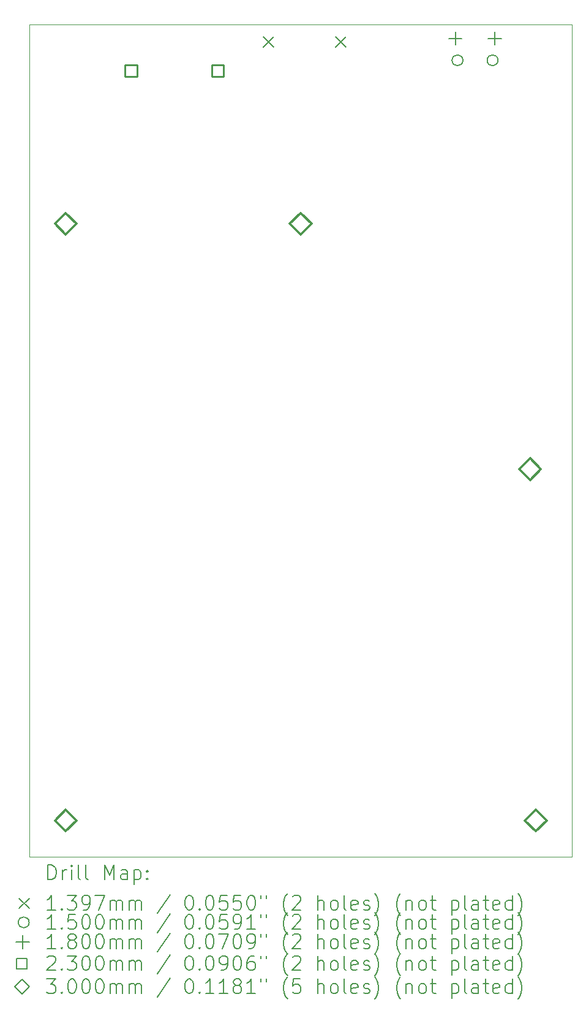
<source format=gbr>
%TF.GenerationSoftware,KiCad,Pcbnew,7.0.10*%
%TF.CreationDate,2024-03-03T10:32:23-06:00*%
%TF.ProjectId,Zimbelstern,5a696d62-656c-4737-9465-726e2e6b6963,rev?*%
%TF.SameCoordinates,Original*%
%TF.FileFunction,Drillmap*%
%TF.FilePolarity,Positive*%
%FSLAX45Y45*%
G04 Gerber Fmt 4.5, Leading zero omitted, Abs format (unit mm)*
G04 Created by KiCad (PCBNEW 7.0.10) date 2024-03-03 10:32:23*
%MOMM*%
%LPD*%
G01*
G04 APERTURE LIST*
%ADD10C,0.100000*%
%ADD11C,0.200000*%
%ADD12C,0.139700*%
%ADD13C,0.150000*%
%ADD14C,0.180000*%
%ADD15C,0.230000*%
%ADD16C,0.300000*%
G04 APERTURE END LIST*
D10*
X11500000Y-14500000D02*
X4000000Y-14500000D01*
X4000000Y-3000000D01*
X11500000Y-3000000D01*
X11500000Y-14500000D01*
D11*
D12*
X7232650Y-3168650D02*
X7372350Y-3308350D01*
X7372350Y-3168650D02*
X7232650Y-3308350D01*
X8232902Y-3168650D02*
X8372602Y-3308350D01*
X8372602Y-3168650D02*
X8232902Y-3308350D01*
D13*
X9992500Y-3491000D02*
G75*
G03*
X9842500Y-3491000I-75000J0D01*
G01*
X9842500Y-3491000D02*
G75*
G03*
X9992500Y-3491000I75000J0D01*
G01*
X10477500Y-3491000D02*
G75*
G03*
X10327500Y-3491000I-75000J0D01*
G01*
X10327500Y-3491000D02*
G75*
G03*
X10477500Y-3491000I75000J0D01*
G01*
D14*
X9887500Y-3098000D02*
X9887500Y-3278000D01*
X9797500Y-3188000D02*
X9977500Y-3188000D01*
X10432500Y-3098000D02*
X10432500Y-3278000D01*
X10342500Y-3188000D02*
X10522500Y-3188000D01*
D15*
X5485318Y-3714318D02*
X5485318Y-3551682D01*
X5322682Y-3551682D01*
X5322682Y-3714318D01*
X5485318Y-3714318D01*
X6685318Y-3714318D02*
X6685318Y-3551682D01*
X6522682Y-3551682D01*
X6522682Y-3714318D01*
X6685318Y-3714318D01*
D16*
X4500000Y-5900000D02*
X4650000Y-5750000D01*
X4500000Y-5600000D01*
X4350000Y-5750000D01*
X4500000Y-5900000D01*
X4500000Y-14150000D02*
X4650000Y-14000000D01*
X4500000Y-13850000D01*
X4350000Y-14000000D01*
X4500000Y-14150000D01*
X7750000Y-5900000D02*
X7900000Y-5750000D01*
X7750000Y-5600000D01*
X7600000Y-5750000D01*
X7750000Y-5900000D01*
X10922000Y-9294000D02*
X11072000Y-9144000D01*
X10922000Y-8994000D01*
X10772000Y-9144000D01*
X10922000Y-9294000D01*
X11000000Y-14150000D02*
X11150000Y-14000000D01*
X11000000Y-13850000D01*
X10850000Y-14000000D01*
X11000000Y-14150000D01*
D11*
X4255777Y-14816484D02*
X4255777Y-14616484D01*
X4255777Y-14616484D02*
X4303396Y-14616484D01*
X4303396Y-14616484D02*
X4331967Y-14626008D01*
X4331967Y-14626008D02*
X4351015Y-14645055D01*
X4351015Y-14645055D02*
X4360539Y-14664103D01*
X4360539Y-14664103D02*
X4370063Y-14702198D01*
X4370063Y-14702198D02*
X4370063Y-14730769D01*
X4370063Y-14730769D02*
X4360539Y-14768865D01*
X4360539Y-14768865D02*
X4351015Y-14787912D01*
X4351015Y-14787912D02*
X4331967Y-14806960D01*
X4331967Y-14806960D02*
X4303396Y-14816484D01*
X4303396Y-14816484D02*
X4255777Y-14816484D01*
X4455777Y-14816484D02*
X4455777Y-14683150D01*
X4455777Y-14721246D02*
X4465301Y-14702198D01*
X4465301Y-14702198D02*
X4474824Y-14692674D01*
X4474824Y-14692674D02*
X4493872Y-14683150D01*
X4493872Y-14683150D02*
X4512920Y-14683150D01*
X4579586Y-14816484D02*
X4579586Y-14683150D01*
X4579586Y-14616484D02*
X4570063Y-14626008D01*
X4570063Y-14626008D02*
X4579586Y-14635531D01*
X4579586Y-14635531D02*
X4589110Y-14626008D01*
X4589110Y-14626008D02*
X4579586Y-14616484D01*
X4579586Y-14616484D02*
X4579586Y-14635531D01*
X4703396Y-14816484D02*
X4684348Y-14806960D01*
X4684348Y-14806960D02*
X4674824Y-14787912D01*
X4674824Y-14787912D02*
X4674824Y-14616484D01*
X4808158Y-14816484D02*
X4789110Y-14806960D01*
X4789110Y-14806960D02*
X4779586Y-14787912D01*
X4779586Y-14787912D02*
X4779586Y-14616484D01*
X5036729Y-14816484D02*
X5036729Y-14616484D01*
X5036729Y-14616484D02*
X5103396Y-14759341D01*
X5103396Y-14759341D02*
X5170063Y-14616484D01*
X5170063Y-14616484D02*
X5170063Y-14816484D01*
X5351015Y-14816484D02*
X5351015Y-14711722D01*
X5351015Y-14711722D02*
X5341491Y-14692674D01*
X5341491Y-14692674D02*
X5322444Y-14683150D01*
X5322444Y-14683150D02*
X5284348Y-14683150D01*
X5284348Y-14683150D02*
X5265301Y-14692674D01*
X5351015Y-14806960D02*
X5331967Y-14816484D01*
X5331967Y-14816484D02*
X5284348Y-14816484D01*
X5284348Y-14816484D02*
X5265301Y-14806960D01*
X5265301Y-14806960D02*
X5255777Y-14787912D01*
X5255777Y-14787912D02*
X5255777Y-14768865D01*
X5255777Y-14768865D02*
X5265301Y-14749817D01*
X5265301Y-14749817D02*
X5284348Y-14740293D01*
X5284348Y-14740293D02*
X5331967Y-14740293D01*
X5331967Y-14740293D02*
X5351015Y-14730769D01*
X5446253Y-14683150D02*
X5446253Y-14883150D01*
X5446253Y-14692674D02*
X5465301Y-14683150D01*
X5465301Y-14683150D02*
X5503396Y-14683150D01*
X5503396Y-14683150D02*
X5522444Y-14692674D01*
X5522444Y-14692674D02*
X5531967Y-14702198D01*
X5531967Y-14702198D02*
X5541491Y-14721246D01*
X5541491Y-14721246D02*
X5541491Y-14778388D01*
X5541491Y-14778388D02*
X5531967Y-14797436D01*
X5531967Y-14797436D02*
X5522444Y-14806960D01*
X5522444Y-14806960D02*
X5503396Y-14816484D01*
X5503396Y-14816484D02*
X5465301Y-14816484D01*
X5465301Y-14816484D02*
X5446253Y-14806960D01*
X5627205Y-14797436D02*
X5636729Y-14806960D01*
X5636729Y-14806960D02*
X5627205Y-14816484D01*
X5627205Y-14816484D02*
X5617682Y-14806960D01*
X5617682Y-14806960D02*
X5627205Y-14797436D01*
X5627205Y-14797436D02*
X5627205Y-14816484D01*
X5627205Y-14692674D02*
X5636729Y-14702198D01*
X5636729Y-14702198D02*
X5627205Y-14711722D01*
X5627205Y-14711722D02*
X5617682Y-14702198D01*
X5617682Y-14702198D02*
X5627205Y-14692674D01*
X5627205Y-14692674D02*
X5627205Y-14711722D01*
D12*
X3855300Y-15075150D02*
X3995000Y-15214850D01*
X3995000Y-15075150D02*
X3855300Y-15214850D01*
D11*
X4360539Y-15236484D02*
X4246253Y-15236484D01*
X4303396Y-15236484D02*
X4303396Y-15036484D01*
X4303396Y-15036484D02*
X4284348Y-15065055D01*
X4284348Y-15065055D02*
X4265301Y-15084103D01*
X4265301Y-15084103D02*
X4246253Y-15093627D01*
X4446253Y-15217436D02*
X4455777Y-15226960D01*
X4455777Y-15226960D02*
X4446253Y-15236484D01*
X4446253Y-15236484D02*
X4436729Y-15226960D01*
X4436729Y-15226960D02*
X4446253Y-15217436D01*
X4446253Y-15217436D02*
X4446253Y-15236484D01*
X4522444Y-15036484D02*
X4646253Y-15036484D01*
X4646253Y-15036484D02*
X4579586Y-15112674D01*
X4579586Y-15112674D02*
X4608158Y-15112674D01*
X4608158Y-15112674D02*
X4627205Y-15122198D01*
X4627205Y-15122198D02*
X4636729Y-15131722D01*
X4636729Y-15131722D02*
X4646253Y-15150769D01*
X4646253Y-15150769D02*
X4646253Y-15198388D01*
X4646253Y-15198388D02*
X4636729Y-15217436D01*
X4636729Y-15217436D02*
X4627205Y-15226960D01*
X4627205Y-15226960D02*
X4608158Y-15236484D01*
X4608158Y-15236484D02*
X4551015Y-15236484D01*
X4551015Y-15236484D02*
X4531967Y-15226960D01*
X4531967Y-15226960D02*
X4522444Y-15217436D01*
X4741491Y-15236484D02*
X4779586Y-15236484D01*
X4779586Y-15236484D02*
X4798634Y-15226960D01*
X4798634Y-15226960D02*
X4808158Y-15217436D01*
X4808158Y-15217436D02*
X4827205Y-15188865D01*
X4827205Y-15188865D02*
X4836729Y-15150769D01*
X4836729Y-15150769D02*
X4836729Y-15074579D01*
X4836729Y-15074579D02*
X4827205Y-15055531D01*
X4827205Y-15055531D02*
X4817682Y-15046008D01*
X4817682Y-15046008D02*
X4798634Y-15036484D01*
X4798634Y-15036484D02*
X4760539Y-15036484D01*
X4760539Y-15036484D02*
X4741491Y-15046008D01*
X4741491Y-15046008D02*
X4731967Y-15055531D01*
X4731967Y-15055531D02*
X4722444Y-15074579D01*
X4722444Y-15074579D02*
X4722444Y-15122198D01*
X4722444Y-15122198D02*
X4731967Y-15141246D01*
X4731967Y-15141246D02*
X4741491Y-15150769D01*
X4741491Y-15150769D02*
X4760539Y-15160293D01*
X4760539Y-15160293D02*
X4798634Y-15160293D01*
X4798634Y-15160293D02*
X4817682Y-15150769D01*
X4817682Y-15150769D02*
X4827205Y-15141246D01*
X4827205Y-15141246D02*
X4836729Y-15122198D01*
X4903396Y-15036484D02*
X5036729Y-15036484D01*
X5036729Y-15036484D02*
X4951015Y-15236484D01*
X5112920Y-15236484D02*
X5112920Y-15103150D01*
X5112920Y-15122198D02*
X5122444Y-15112674D01*
X5122444Y-15112674D02*
X5141491Y-15103150D01*
X5141491Y-15103150D02*
X5170063Y-15103150D01*
X5170063Y-15103150D02*
X5189110Y-15112674D01*
X5189110Y-15112674D02*
X5198634Y-15131722D01*
X5198634Y-15131722D02*
X5198634Y-15236484D01*
X5198634Y-15131722D02*
X5208158Y-15112674D01*
X5208158Y-15112674D02*
X5227205Y-15103150D01*
X5227205Y-15103150D02*
X5255777Y-15103150D01*
X5255777Y-15103150D02*
X5274825Y-15112674D01*
X5274825Y-15112674D02*
X5284348Y-15131722D01*
X5284348Y-15131722D02*
X5284348Y-15236484D01*
X5379586Y-15236484D02*
X5379586Y-15103150D01*
X5379586Y-15122198D02*
X5389110Y-15112674D01*
X5389110Y-15112674D02*
X5408158Y-15103150D01*
X5408158Y-15103150D02*
X5436729Y-15103150D01*
X5436729Y-15103150D02*
X5455777Y-15112674D01*
X5455777Y-15112674D02*
X5465301Y-15131722D01*
X5465301Y-15131722D02*
X5465301Y-15236484D01*
X5465301Y-15131722D02*
X5474825Y-15112674D01*
X5474825Y-15112674D02*
X5493872Y-15103150D01*
X5493872Y-15103150D02*
X5522444Y-15103150D01*
X5522444Y-15103150D02*
X5541491Y-15112674D01*
X5541491Y-15112674D02*
X5551015Y-15131722D01*
X5551015Y-15131722D02*
X5551015Y-15236484D01*
X5941491Y-15026960D02*
X5770063Y-15284103D01*
X6198634Y-15036484D02*
X6217682Y-15036484D01*
X6217682Y-15036484D02*
X6236729Y-15046008D01*
X6236729Y-15046008D02*
X6246253Y-15055531D01*
X6246253Y-15055531D02*
X6255777Y-15074579D01*
X6255777Y-15074579D02*
X6265301Y-15112674D01*
X6265301Y-15112674D02*
X6265301Y-15160293D01*
X6265301Y-15160293D02*
X6255777Y-15198388D01*
X6255777Y-15198388D02*
X6246253Y-15217436D01*
X6246253Y-15217436D02*
X6236729Y-15226960D01*
X6236729Y-15226960D02*
X6217682Y-15236484D01*
X6217682Y-15236484D02*
X6198634Y-15236484D01*
X6198634Y-15236484D02*
X6179586Y-15226960D01*
X6179586Y-15226960D02*
X6170063Y-15217436D01*
X6170063Y-15217436D02*
X6160539Y-15198388D01*
X6160539Y-15198388D02*
X6151015Y-15160293D01*
X6151015Y-15160293D02*
X6151015Y-15112674D01*
X6151015Y-15112674D02*
X6160539Y-15074579D01*
X6160539Y-15074579D02*
X6170063Y-15055531D01*
X6170063Y-15055531D02*
X6179586Y-15046008D01*
X6179586Y-15046008D02*
X6198634Y-15036484D01*
X6351015Y-15217436D02*
X6360539Y-15226960D01*
X6360539Y-15226960D02*
X6351015Y-15236484D01*
X6351015Y-15236484D02*
X6341491Y-15226960D01*
X6341491Y-15226960D02*
X6351015Y-15217436D01*
X6351015Y-15217436D02*
X6351015Y-15236484D01*
X6484348Y-15036484D02*
X6503396Y-15036484D01*
X6503396Y-15036484D02*
X6522444Y-15046008D01*
X6522444Y-15046008D02*
X6531967Y-15055531D01*
X6531967Y-15055531D02*
X6541491Y-15074579D01*
X6541491Y-15074579D02*
X6551015Y-15112674D01*
X6551015Y-15112674D02*
X6551015Y-15160293D01*
X6551015Y-15160293D02*
X6541491Y-15198388D01*
X6541491Y-15198388D02*
X6531967Y-15217436D01*
X6531967Y-15217436D02*
X6522444Y-15226960D01*
X6522444Y-15226960D02*
X6503396Y-15236484D01*
X6503396Y-15236484D02*
X6484348Y-15236484D01*
X6484348Y-15236484D02*
X6465301Y-15226960D01*
X6465301Y-15226960D02*
X6455777Y-15217436D01*
X6455777Y-15217436D02*
X6446253Y-15198388D01*
X6446253Y-15198388D02*
X6436729Y-15160293D01*
X6436729Y-15160293D02*
X6436729Y-15112674D01*
X6436729Y-15112674D02*
X6446253Y-15074579D01*
X6446253Y-15074579D02*
X6455777Y-15055531D01*
X6455777Y-15055531D02*
X6465301Y-15046008D01*
X6465301Y-15046008D02*
X6484348Y-15036484D01*
X6731967Y-15036484D02*
X6636729Y-15036484D01*
X6636729Y-15036484D02*
X6627206Y-15131722D01*
X6627206Y-15131722D02*
X6636729Y-15122198D01*
X6636729Y-15122198D02*
X6655777Y-15112674D01*
X6655777Y-15112674D02*
X6703396Y-15112674D01*
X6703396Y-15112674D02*
X6722444Y-15122198D01*
X6722444Y-15122198D02*
X6731967Y-15131722D01*
X6731967Y-15131722D02*
X6741491Y-15150769D01*
X6741491Y-15150769D02*
X6741491Y-15198388D01*
X6741491Y-15198388D02*
X6731967Y-15217436D01*
X6731967Y-15217436D02*
X6722444Y-15226960D01*
X6722444Y-15226960D02*
X6703396Y-15236484D01*
X6703396Y-15236484D02*
X6655777Y-15236484D01*
X6655777Y-15236484D02*
X6636729Y-15226960D01*
X6636729Y-15226960D02*
X6627206Y-15217436D01*
X6922444Y-15036484D02*
X6827206Y-15036484D01*
X6827206Y-15036484D02*
X6817682Y-15131722D01*
X6817682Y-15131722D02*
X6827206Y-15122198D01*
X6827206Y-15122198D02*
X6846253Y-15112674D01*
X6846253Y-15112674D02*
X6893872Y-15112674D01*
X6893872Y-15112674D02*
X6912920Y-15122198D01*
X6912920Y-15122198D02*
X6922444Y-15131722D01*
X6922444Y-15131722D02*
X6931967Y-15150769D01*
X6931967Y-15150769D02*
X6931967Y-15198388D01*
X6931967Y-15198388D02*
X6922444Y-15217436D01*
X6922444Y-15217436D02*
X6912920Y-15226960D01*
X6912920Y-15226960D02*
X6893872Y-15236484D01*
X6893872Y-15236484D02*
X6846253Y-15236484D01*
X6846253Y-15236484D02*
X6827206Y-15226960D01*
X6827206Y-15226960D02*
X6817682Y-15217436D01*
X7055777Y-15036484D02*
X7074825Y-15036484D01*
X7074825Y-15036484D02*
X7093872Y-15046008D01*
X7093872Y-15046008D02*
X7103396Y-15055531D01*
X7103396Y-15055531D02*
X7112920Y-15074579D01*
X7112920Y-15074579D02*
X7122444Y-15112674D01*
X7122444Y-15112674D02*
X7122444Y-15160293D01*
X7122444Y-15160293D02*
X7112920Y-15198388D01*
X7112920Y-15198388D02*
X7103396Y-15217436D01*
X7103396Y-15217436D02*
X7093872Y-15226960D01*
X7093872Y-15226960D02*
X7074825Y-15236484D01*
X7074825Y-15236484D02*
X7055777Y-15236484D01*
X7055777Y-15236484D02*
X7036729Y-15226960D01*
X7036729Y-15226960D02*
X7027206Y-15217436D01*
X7027206Y-15217436D02*
X7017682Y-15198388D01*
X7017682Y-15198388D02*
X7008158Y-15160293D01*
X7008158Y-15160293D02*
X7008158Y-15112674D01*
X7008158Y-15112674D02*
X7017682Y-15074579D01*
X7017682Y-15074579D02*
X7027206Y-15055531D01*
X7027206Y-15055531D02*
X7036729Y-15046008D01*
X7036729Y-15046008D02*
X7055777Y-15036484D01*
X7198634Y-15036484D02*
X7198634Y-15074579D01*
X7274825Y-15036484D02*
X7274825Y-15074579D01*
X7570063Y-15312674D02*
X7560539Y-15303150D01*
X7560539Y-15303150D02*
X7541491Y-15274579D01*
X7541491Y-15274579D02*
X7531968Y-15255531D01*
X7531968Y-15255531D02*
X7522444Y-15226960D01*
X7522444Y-15226960D02*
X7512920Y-15179341D01*
X7512920Y-15179341D02*
X7512920Y-15141246D01*
X7512920Y-15141246D02*
X7522444Y-15093627D01*
X7522444Y-15093627D02*
X7531968Y-15065055D01*
X7531968Y-15065055D02*
X7541491Y-15046008D01*
X7541491Y-15046008D02*
X7560539Y-15017436D01*
X7560539Y-15017436D02*
X7570063Y-15007912D01*
X7636729Y-15055531D02*
X7646253Y-15046008D01*
X7646253Y-15046008D02*
X7665301Y-15036484D01*
X7665301Y-15036484D02*
X7712920Y-15036484D01*
X7712920Y-15036484D02*
X7731968Y-15046008D01*
X7731968Y-15046008D02*
X7741491Y-15055531D01*
X7741491Y-15055531D02*
X7751015Y-15074579D01*
X7751015Y-15074579D02*
X7751015Y-15093627D01*
X7751015Y-15093627D02*
X7741491Y-15122198D01*
X7741491Y-15122198D02*
X7627206Y-15236484D01*
X7627206Y-15236484D02*
X7751015Y-15236484D01*
X7989110Y-15236484D02*
X7989110Y-15036484D01*
X8074825Y-15236484D02*
X8074825Y-15131722D01*
X8074825Y-15131722D02*
X8065301Y-15112674D01*
X8065301Y-15112674D02*
X8046253Y-15103150D01*
X8046253Y-15103150D02*
X8017682Y-15103150D01*
X8017682Y-15103150D02*
X7998634Y-15112674D01*
X7998634Y-15112674D02*
X7989110Y-15122198D01*
X8198634Y-15236484D02*
X8179587Y-15226960D01*
X8179587Y-15226960D02*
X8170063Y-15217436D01*
X8170063Y-15217436D02*
X8160539Y-15198388D01*
X8160539Y-15198388D02*
X8160539Y-15141246D01*
X8160539Y-15141246D02*
X8170063Y-15122198D01*
X8170063Y-15122198D02*
X8179587Y-15112674D01*
X8179587Y-15112674D02*
X8198634Y-15103150D01*
X8198634Y-15103150D02*
X8227206Y-15103150D01*
X8227206Y-15103150D02*
X8246253Y-15112674D01*
X8246253Y-15112674D02*
X8255777Y-15122198D01*
X8255777Y-15122198D02*
X8265301Y-15141246D01*
X8265301Y-15141246D02*
X8265301Y-15198388D01*
X8265301Y-15198388D02*
X8255777Y-15217436D01*
X8255777Y-15217436D02*
X8246253Y-15226960D01*
X8246253Y-15226960D02*
X8227206Y-15236484D01*
X8227206Y-15236484D02*
X8198634Y-15236484D01*
X8379587Y-15236484D02*
X8360539Y-15226960D01*
X8360539Y-15226960D02*
X8351015Y-15207912D01*
X8351015Y-15207912D02*
X8351015Y-15036484D01*
X8531968Y-15226960D02*
X8512920Y-15236484D01*
X8512920Y-15236484D02*
X8474825Y-15236484D01*
X8474825Y-15236484D02*
X8455777Y-15226960D01*
X8455777Y-15226960D02*
X8446253Y-15207912D01*
X8446253Y-15207912D02*
X8446253Y-15131722D01*
X8446253Y-15131722D02*
X8455777Y-15112674D01*
X8455777Y-15112674D02*
X8474825Y-15103150D01*
X8474825Y-15103150D02*
X8512920Y-15103150D01*
X8512920Y-15103150D02*
X8531968Y-15112674D01*
X8531968Y-15112674D02*
X8541492Y-15131722D01*
X8541492Y-15131722D02*
X8541492Y-15150769D01*
X8541492Y-15150769D02*
X8446253Y-15169817D01*
X8617682Y-15226960D02*
X8636730Y-15236484D01*
X8636730Y-15236484D02*
X8674825Y-15236484D01*
X8674825Y-15236484D02*
X8693873Y-15226960D01*
X8693873Y-15226960D02*
X8703396Y-15207912D01*
X8703396Y-15207912D02*
X8703396Y-15198388D01*
X8703396Y-15198388D02*
X8693873Y-15179341D01*
X8693873Y-15179341D02*
X8674825Y-15169817D01*
X8674825Y-15169817D02*
X8646253Y-15169817D01*
X8646253Y-15169817D02*
X8627206Y-15160293D01*
X8627206Y-15160293D02*
X8617682Y-15141246D01*
X8617682Y-15141246D02*
X8617682Y-15131722D01*
X8617682Y-15131722D02*
X8627206Y-15112674D01*
X8627206Y-15112674D02*
X8646253Y-15103150D01*
X8646253Y-15103150D02*
X8674825Y-15103150D01*
X8674825Y-15103150D02*
X8693873Y-15112674D01*
X8770063Y-15312674D02*
X8779587Y-15303150D01*
X8779587Y-15303150D02*
X8798634Y-15274579D01*
X8798634Y-15274579D02*
X8808158Y-15255531D01*
X8808158Y-15255531D02*
X8817682Y-15226960D01*
X8817682Y-15226960D02*
X8827206Y-15179341D01*
X8827206Y-15179341D02*
X8827206Y-15141246D01*
X8827206Y-15141246D02*
X8817682Y-15093627D01*
X8817682Y-15093627D02*
X8808158Y-15065055D01*
X8808158Y-15065055D02*
X8798634Y-15046008D01*
X8798634Y-15046008D02*
X8779587Y-15017436D01*
X8779587Y-15017436D02*
X8770063Y-15007912D01*
X9131968Y-15312674D02*
X9122444Y-15303150D01*
X9122444Y-15303150D02*
X9103396Y-15274579D01*
X9103396Y-15274579D02*
X9093873Y-15255531D01*
X9093873Y-15255531D02*
X9084349Y-15226960D01*
X9084349Y-15226960D02*
X9074825Y-15179341D01*
X9074825Y-15179341D02*
X9074825Y-15141246D01*
X9074825Y-15141246D02*
X9084349Y-15093627D01*
X9084349Y-15093627D02*
X9093873Y-15065055D01*
X9093873Y-15065055D02*
X9103396Y-15046008D01*
X9103396Y-15046008D02*
X9122444Y-15017436D01*
X9122444Y-15017436D02*
X9131968Y-15007912D01*
X9208158Y-15103150D02*
X9208158Y-15236484D01*
X9208158Y-15122198D02*
X9217682Y-15112674D01*
X9217682Y-15112674D02*
X9236730Y-15103150D01*
X9236730Y-15103150D02*
X9265301Y-15103150D01*
X9265301Y-15103150D02*
X9284349Y-15112674D01*
X9284349Y-15112674D02*
X9293873Y-15131722D01*
X9293873Y-15131722D02*
X9293873Y-15236484D01*
X9417682Y-15236484D02*
X9398634Y-15226960D01*
X9398634Y-15226960D02*
X9389111Y-15217436D01*
X9389111Y-15217436D02*
X9379587Y-15198388D01*
X9379587Y-15198388D02*
X9379587Y-15141246D01*
X9379587Y-15141246D02*
X9389111Y-15122198D01*
X9389111Y-15122198D02*
X9398634Y-15112674D01*
X9398634Y-15112674D02*
X9417682Y-15103150D01*
X9417682Y-15103150D02*
X9446254Y-15103150D01*
X9446254Y-15103150D02*
X9465301Y-15112674D01*
X9465301Y-15112674D02*
X9474825Y-15122198D01*
X9474825Y-15122198D02*
X9484349Y-15141246D01*
X9484349Y-15141246D02*
X9484349Y-15198388D01*
X9484349Y-15198388D02*
X9474825Y-15217436D01*
X9474825Y-15217436D02*
X9465301Y-15226960D01*
X9465301Y-15226960D02*
X9446254Y-15236484D01*
X9446254Y-15236484D02*
X9417682Y-15236484D01*
X9541492Y-15103150D02*
X9617682Y-15103150D01*
X9570063Y-15036484D02*
X9570063Y-15207912D01*
X9570063Y-15207912D02*
X9579587Y-15226960D01*
X9579587Y-15226960D02*
X9598634Y-15236484D01*
X9598634Y-15236484D02*
X9617682Y-15236484D01*
X9836730Y-15103150D02*
X9836730Y-15303150D01*
X9836730Y-15112674D02*
X9855777Y-15103150D01*
X9855777Y-15103150D02*
X9893873Y-15103150D01*
X9893873Y-15103150D02*
X9912920Y-15112674D01*
X9912920Y-15112674D02*
X9922444Y-15122198D01*
X9922444Y-15122198D02*
X9931968Y-15141246D01*
X9931968Y-15141246D02*
X9931968Y-15198388D01*
X9931968Y-15198388D02*
X9922444Y-15217436D01*
X9922444Y-15217436D02*
X9912920Y-15226960D01*
X9912920Y-15226960D02*
X9893873Y-15236484D01*
X9893873Y-15236484D02*
X9855777Y-15236484D01*
X9855777Y-15236484D02*
X9836730Y-15226960D01*
X10046254Y-15236484D02*
X10027206Y-15226960D01*
X10027206Y-15226960D02*
X10017682Y-15207912D01*
X10017682Y-15207912D02*
X10017682Y-15036484D01*
X10208158Y-15236484D02*
X10208158Y-15131722D01*
X10208158Y-15131722D02*
X10198635Y-15112674D01*
X10198635Y-15112674D02*
X10179587Y-15103150D01*
X10179587Y-15103150D02*
X10141492Y-15103150D01*
X10141492Y-15103150D02*
X10122444Y-15112674D01*
X10208158Y-15226960D02*
X10189111Y-15236484D01*
X10189111Y-15236484D02*
X10141492Y-15236484D01*
X10141492Y-15236484D02*
X10122444Y-15226960D01*
X10122444Y-15226960D02*
X10112920Y-15207912D01*
X10112920Y-15207912D02*
X10112920Y-15188865D01*
X10112920Y-15188865D02*
X10122444Y-15169817D01*
X10122444Y-15169817D02*
X10141492Y-15160293D01*
X10141492Y-15160293D02*
X10189111Y-15160293D01*
X10189111Y-15160293D02*
X10208158Y-15150769D01*
X10274825Y-15103150D02*
X10351015Y-15103150D01*
X10303396Y-15036484D02*
X10303396Y-15207912D01*
X10303396Y-15207912D02*
X10312920Y-15226960D01*
X10312920Y-15226960D02*
X10331968Y-15236484D01*
X10331968Y-15236484D02*
X10351015Y-15236484D01*
X10493873Y-15226960D02*
X10474825Y-15236484D01*
X10474825Y-15236484D02*
X10436730Y-15236484D01*
X10436730Y-15236484D02*
X10417682Y-15226960D01*
X10417682Y-15226960D02*
X10408158Y-15207912D01*
X10408158Y-15207912D02*
X10408158Y-15131722D01*
X10408158Y-15131722D02*
X10417682Y-15112674D01*
X10417682Y-15112674D02*
X10436730Y-15103150D01*
X10436730Y-15103150D02*
X10474825Y-15103150D01*
X10474825Y-15103150D02*
X10493873Y-15112674D01*
X10493873Y-15112674D02*
X10503396Y-15131722D01*
X10503396Y-15131722D02*
X10503396Y-15150769D01*
X10503396Y-15150769D02*
X10408158Y-15169817D01*
X10674825Y-15236484D02*
X10674825Y-15036484D01*
X10674825Y-15226960D02*
X10655777Y-15236484D01*
X10655777Y-15236484D02*
X10617682Y-15236484D01*
X10617682Y-15236484D02*
X10598635Y-15226960D01*
X10598635Y-15226960D02*
X10589111Y-15217436D01*
X10589111Y-15217436D02*
X10579587Y-15198388D01*
X10579587Y-15198388D02*
X10579587Y-15141246D01*
X10579587Y-15141246D02*
X10589111Y-15122198D01*
X10589111Y-15122198D02*
X10598635Y-15112674D01*
X10598635Y-15112674D02*
X10617682Y-15103150D01*
X10617682Y-15103150D02*
X10655777Y-15103150D01*
X10655777Y-15103150D02*
X10674825Y-15112674D01*
X10751016Y-15312674D02*
X10760539Y-15303150D01*
X10760539Y-15303150D02*
X10779587Y-15274579D01*
X10779587Y-15274579D02*
X10789111Y-15255531D01*
X10789111Y-15255531D02*
X10798635Y-15226960D01*
X10798635Y-15226960D02*
X10808158Y-15179341D01*
X10808158Y-15179341D02*
X10808158Y-15141246D01*
X10808158Y-15141246D02*
X10798635Y-15093627D01*
X10798635Y-15093627D02*
X10789111Y-15065055D01*
X10789111Y-15065055D02*
X10779587Y-15046008D01*
X10779587Y-15046008D02*
X10760539Y-15017436D01*
X10760539Y-15017436D02*
X10751016Y-15007912D01*
D13*
X3995000Y-15409000D02*
G75*
G03*
X3845000Y-15409000I-75000J0D01*
G01*
X3845000Y-15409000D02*
G75*
G03*
X3995000Y-15409000I75000J0D01*
G01*
D11*
X4360539Y-15500484D02*
X4246253Y-15500484D01*
X4303396Y-15500484D02*
X4303396Y-15300484D01*
X4303396Y-15300484D02*
X4284348Y-15329055D01*
X4284348Y-15329055D02*
X4265301Y-15348103D01*
X4265301Y-15348103D02*
X4246253Y-15357627D01*
X4446253Y-15481436D02*
X4455777Y-15490960D01*
X4455777Y-15490960D02*
X4446253Y-15500484D01*
X4446253Y-15500484D02*
X4436729Y-15490960D01*
X4436729Y-15490960D02*
X4446253Y-15481436D01*
X4446253Y-15481436D02*
X4446253Y-15500484D01*
X4636729Y-15300484D02*
X4541491Y-15300484D01*
X4541491Y-15300484D02*
X4531967Y-15395722D01*
X4531967Y-15395722D02*
X4541491Y-15386198D01*
X4541491Y-15386198D02*
X4560539Y-15376674D01*
X4560539Y-15376674D02*
X4608158Y-15376674D01*
X4608158Y-15376674D02*
X4627205Y-15386198D01*
X4627205Y-15386198D02*
X4636729Y-15395722D01*
X4636729Y-15395722D02*
X4646253Y-15414769D01*
X4646253Y-15414769D02*
X4646253Y-15462388D01*
X4646253Y-15462388D02*
X4636729Y-15481436D01*
X4636729Y-15481436D02*
X4627205Y-15490960D01*
X4627205Y-15490960D02*
X4608158Y-15500484D01*
X4608158Y-15500484D02*
X4560539Y-15500484D01*
X4560539Y-15500484D02*
X4541491Y-15490960D01*
X4541491Y-15490960D02*
X4531967Y-15481436D01*
X4770063Y-15300484D02*
X4789110Y-15300484D01*
X4789110Y-15300484D02*
X4808158Y-15310008D01*
X4808158Y-15310008D02*
X4817682Y-15319531D01*
X4817682Y-15319531D02*
X4827205Y-15338579D01*
X4827205Y-15338579D02*
X4836729Y-15376674D01*
X4836729Y-15376674D02*
X4836729Y-15424293D01*
X4836729Y-15424293D02*
X4827205Y-15462388D01*
X4827205Y-15462388D02*
X4817682Y-15481436D01*
X4817682Y-15481436D02*
X4808158Y-15490960D01*
X4808158Y-15490960D02*
X4789110Y-15500484D01*
X4789110Y-15500484D02*
X4770063Y-15500484D01*
X4770063Y-15500484D02*
X4751015Y-15490960D01*
X4751015Y-15490960D02*
X4741491Y-15481436D01*
X4741491Y-15481436D02*
X4731967Y-15462388D01*
X4731967Y-15462388D02*
X4722444Y-15424293D01*
X4722444Y-15424293D02*
X4722444Y-15376674D01*
X4722444Y-15376674D02*
X4731967Y-15338579D01*
X4731967Y-15338579D02*
X4741491Y-15319531D01*
X4741491Y-15319531D02*
X4751015Y-15310008D01*
X4751015Y-15310008D02*
X4770063Y-15300484D01*
X4960539Y-15300484D02*
X4979586Y-15300484D01*
X4979586Y-15300484D02*
X4998634Y-15310008D01*
X4998634Y-15310008D02*
X5008158Y-15319531D01*
X5008158Y-15319531D02*
X5017682Y-15338579D01*
X5017682Y-15338579D02*
X5027205Y-15376674D01*
X5027205Y-15376674D02*
X5027205Y-15424293D01*
X5027205Y-15424293D02*
X5017682Y-15462388D01*
X5017682Y-15462388D02*
X5008158Y-15481436D01*
X5008158Y-15481436D02*
X4998634Y-15490960D01*
X4998634Y-15490960D02*
X4979586Y-15500484D01*
X4979586Y-15500484D02*
X4960539Y-15500484D01*
X4960539Y-15500484D02*
X4941491Y-15490960D01*
X4941491Y-15490960D02*
X4931967Y-15481436D01*
X4931967Y-15481436D02*
X4922444Y-15462388D01*
X4922444Y-15462388D02*
X4912920Y-15424293D01*
X4912920Y-15424293D02*
X4912920Y-15376674D01*
X4912920Y-15376674D02*
X4922444Y-15338579D01*
X4922444Y-15338579D02*
X4931967Y-15319531D01*
X4931967Y-15319531D02*
X4941491Y-15310008D01*
X4941491Y-15310008D02*
X4960539Y-15300484D01*
X5112920Y-15500484D02*
X5112920Y-15367150D01*
X5112920Y-15386198D02*
X5122444Y-15376674D01*
X5122444Y-15376674D02*
X5141491Y-15367150D01*
X5141491Y-15367150D02*
X5170063Y-15367150D01*
X5170063Y-15367150D02*
X5189110Y-15376674D01*
X5189110Y-15376674D02*
X5198634Y-15395722D01*
X5198634Y-15395722D02*
X5198634Y-15500484D01*
X5198634Y-15395722D02*
X5208158Y-15376674D01*
X5208158Y-15376674D02*
X5227205Y-15367150D01*
X5227205Y-15367150D02*
X5255777Y-15367150D01*
X5255777Y-15367150D02*
X5274825Y-15376674D01*
X5274825Y-15376674D02*
X5284348Y-15395722D01*
X5284348Y-15395722D02*
X5284348Y-15500484D01*
X5379586Y-15500484D02*
X5379586Y-15367150D01*
X5379586Y-15386198D02*
X5389110Y-15376674D01*
X5389110Y-15376674D02*
X5408158Y-15367150D01*
X5408158Y-15367150D02*
X5436729Y-15367150D01*
X5436729Y-15367150D02*
X5455777Y-15376674D01*
X5455777Y-15376674D02*
X5465301Y-15395722D01*
X5465301Y-15395722D02*
X5465301Y-15500484D01*
X5465301Y-15395722D02*
X5474825Y-15376674D01*
X5474825Y-15376674D02*
X5493872Y-15367150D01*
X5493872Y-15367150D02*
X5522444Y-15367150D01*
X5522444Y-15367150D02*
X5541491Y-15376674D01*
X5541491Y-15376674D02*
X5551015Y-15395722D01*
X5551015Y-15395722D02*
X5551015Y-15500484D01*
X5941491Y-15290960D02*
X5770063Y-15548103D01*
X6198634Y-15300484D02*
X6217682Y-15300484D01*
X6217682Y-15300484D02*
X6236729Y-15310008D01*
X6236729Y-15310008D02*
X6246253Y-15319531D01*
X6246253Y-15319531D02*
X6255777Y-15338579D01*
X6255777Y-15338579D02*
X6265301Y-15376674D01*
X6265301Y-15376674D02*
X6265301Y-15424293D01*
X6265301Y-15424293D02*
X6255777Y-15462388D01*
X6255777Y-15462388D02*
X6246253Y-15481436D01*
X6246253Y-15481436D02*
X6236729Y-15490960D01*
X6236729Y-15490960D02*
X6217682Y-15500484D01*
X6217682Y-15500484D02*
X6198634Y-15500484D01*
X6198634Y-15500484D02*
X6179586Y-15490960D01*
X6179586Y-15490960D02*
X6170063Y-15481436D01*
X6170063Y-15481436D02*
X6160539Y-15462388D01*
X6160539Y-15462388D02*
X6151015Y-15424293D01*
X6151015Y-15424293D02*
X6151015Y-15376674D01*
X6151015Y-15376674D02*
X6160539Y-15338579D01*
X6160539Y-15338579D02*
X6170063Y-15319531D01*
X6170063Y-15319531D02*
X6179586Y-15310008D01*
X6179586Y-15310008D02*
X6198634Y-15300484D01*
X6351015Y-15481436D02*
X6360539Y-15490960D01*
X6360539Y-15490960D02*
X6351015Y-15500484D01*
X6351015Y-15500484D02*
X6341491Y-15490960D01*
X6341491Y-15490960D02*
X6351015Y-15481436D01*
X6351015Y-15481436D02*
X6351015Y-15500484D01*
X6484348Y-15300484D02*
X6503396Y-15300484D01*
X6503396Y-15300484D02*
X6522444Y-15310008D01*
X6522444Y-15310008D02*
X6531967Y-15319531D01*
X6531967Y-15319531D02*
X6541491Y-15338579D01*
X6541491Y-15338579D02*
X6551015Y-15376674D01*
X6551015Y-15376674D02*
X6551015Y-15424293D01*
X6551015Y-15424293D02*
X6541491Y-15462388D01*
X6541491Y-15462388D02*
X6531967Y-15481436D01*
X6531967Y-15481436D02*
X6522444Y-15490960D01*
X6522444Y-15490960D02*
X6503396Y-15500484D01*
X6503396Y-15500484D02*
X6484348Y-15500484D01*
X6484348Y-15500484D02*
X6465301Y-15490960D01*
X6465301Y-15490960D02*
X6455777Y-15481436D01*
X6455777Y-15481436D02*
X6446253Y-15462388D01*
X6446253Y-15462388D02*
X6436729Y-15424293D01*
X6436729Y-15424293D02*
X6436729Y-15376674D01*
X6436729Y-15376674D02*
X6446253Y-15338579D01*
X6446253Y-15338579D02*
X6455777Y-15319531D01*
X6455777Y-15319531D02*
X6465301Y-15310008D01*
X6465301Y-15310008D02*
X6484348Y-15300484D01*
X6731967Y-15300484D02*
X6636729Y-15300484D01*
X6636729Y-15300484D02*
X6627206Y-15395722D01*
X6627206Y-15395722D02*
X6636729Y-15386198D01*
X6636729Y-15386198D02*
X6655777Y-15376674D01*
X6655777Y-15376674D02*
X6703396Y-15376674D01*
X6703396Y-15376674D02*
X6722444Y-15386198D01*
X6722444Y-15386198D02*
X6731967Y-15395722D01*
X6731967Y-15395722D02*
X6741491Y-15414769D01*
X6741491Y-15414769D02*
X6741491Y-15462388D01*
X6741491Y-15462388D02*
X6731967Y-15481436D01*
X6731967Y-15481436D02*
X6722444Y-15490960D01*
X6722444Y-15490960D02*
X6703396Y-15500484D01*
X6703396Y-15500484D02*
X6655777Y-15500484D01*
X6655777Y-15500484D02*
X6636729Y-15490960D01*
X6636729Y-15490960D02*
X6627206Y-15481436D01*
X6836729Y-15500484D02*
X6874825Y-15500484D01*
X6874825Y-15500484D02*
X6893872Y-15490960D01*
X6893872Y-15490960D02*
X6903396Y-15481436D01*
X6903396Y-15481436D02*
X6922444Y-15452865D01*
X6922444Y-15452865D02*
X6931967Y-15414769D01*
X6931967Y-15414769D02*
X6931967Y-15338579D01*
X6931967Y-15338579D02*
X6922444Y-15319531D01*
X6922444Y-15319531D02*
X6912920Y-15310008D01*
X6912920Y-15310008D02*
X6893872Y-15300484D01*
X6893872Y-15300484D02*
X6855777Y-15300484D01*
X6855777Y-15300484D02*
X6836729Y-15310008D01*
X6836729Y-15310008D02*
X6827206Y-15319531D01*
X6827206Y-15319531D02*
X6817682Y-15338579D01*
X6817682Y-15338579D02*
X6817682Y-15386198D01*
X6817682Y-15386198D02*
X6827206Y-15405246D01*
X6827206Y-15405246D02*
X6836729Y-15414769D01*
X6836729Y-15414769D02*
X6855777Y-15424293D01*
X6855777Y-15424293D02*
X6893872Y-15424293D01*
X6893872Y-15424293D02*
X6912920Y-15414769D01*
X6912920Y-15414769D02*
X6922444Y-15405246D01*
X6922444Y-15405246D02*
X6931967Y-15386198D01*
X7122444Y-15500484D02*
X7008158Y-15500484D01*
X7065301Y-15500484D02*
X7065301Y-15300484D01*
X7065301Y-15300484D02*
X7046253Y-15329055D01*
X7046253Y-15329055D02*
X7027206Y-15348103D01*
X7027206Y-15348103D02*
X7008158Y-15357627D01*
X7198634Y-15300484D02*
X7198634Y-15338579D01*
X7274825Y-15300484D02*
X7274825Y-15338579D01*
X7570063Y-15576674D02*
X7560539Y-15567150D01*
X7560539Y-15567150D02*
X7541491Y-15538579D01*
X7541491Y-15538579D02*
X7531968Y-15519531D01*
X7531968Y-15519531D02*
X7522444Y-15490960D01*
X7522444Y-15490960D02*
X7512920Y-15443341D01*
X7512920Y-15443341D02*
X7512920Y-15405246D01*
X7512920Y-15405246D02*
X7522444Y-15357627D01*
X7522444Y-15357627D02*
X7531968Y-15329055D01*
X7531968Y-15329055D02*
X7541491Y-15310008D01*
X7541491Y-15310008D02*
X7560539Y-15281436D01*
X7560539Y-15281436D02*
X7570063Y-15271912D01*
X7636729Y-15319531D02*
X7646253Y-15310008D01*
X7646253Y-15310008D02*
X7665301Y-15300484D01*
X7665301Y-15300484D02*
X7712920Y-15300484D01*
X7712920Y-15300484D02*
X7731968Y-15310008D01*
X7731968Y-15310008D02*
X7741491Y-15319531D01*
X7741491Y-15319531D02*
X7751015Y-15338579D01*
X7751015Y-15338579D02*
X7751015Y-15357627D01*
X7751015Y-15357627D02*
X7741491Y-15386198D01*
X7741491Y-15386198D02*
X7627206Y-15500484D01*
X7627206Y-15500484D02*
X7751015Y-15500484D01*
X7989110Y-15500484D02*
X7989110Y-15300484D01*
X8074825Y-15500484D02*
X8074825Y-15395722D01*
X8074825Y-15395722D02*
X8065301Y-15376674D01*
X8065301Y-15376674D02*
X8046253Y-15367150D01*
X8046253Y-15367150D02*
X8017682Y-15367150D01*
X8017682Y-15367150D02*
X7998634Y-15376674D01*
X7998634Y-15376674D02*
X7989110Y-15386198D01*
X8198634Y-15500484D02*
X8179587Y-15490960D01*
X8179587Y-15490960D02*
X8170063Y-15481436D01*
X8170063Y-15481436D02*
X8160539Y-15462388D01*
X8160539Y-15462388D02*
X8160539Y-15405246D01*
X8160539Y-15405246D02*
X8170063Y-15386198D01*
X8170063Y-15386198D02*
X8179587Y-15376674D01*
X8179587Y-15376674D02*
X8198634Y-15367150D01*
X8198634Y-15367150D02*
X8227206Y-15367150D01*
X8227206Y-15367150D02*
X8246253Y-15376674D01*
X8246253Y-15376674D02*
X8255777Y-15386198D01*
X8255777Y-15386198D02*
X8265301Y-15405246D01*
X8265301Y-15405246D02*
X8265301Y-15462388D01*
X8265301Y-15462388D02*
X8255777Y-15481436D01*
X8255777Y-15481436D02*
X8246253Y-15490960D01*
X8246253Y-15490960D02*
X8227206Y-15500484D01*
X8227206Y-15500484D02*
X8198634Y-15500484D01*
X8379587Y-15500484D02*
X8360539Y-15490960D01*
X8360539Y-15490960D02*
X8351015Y-15471912D01*
X8351015Y-15471912D02*
X8351015Y-15300484D01*
X8531968Y-15490960D02*
X8512920Y-15500484D01*
X8512920Y-15500484D02*
X8474825Y-15500484D01*
X8474825Y-15500484D02*
X8455777Y-15490960D01*
X8455777Y-15490960D02*
X8446253Y-15471912D01*
X8446253Y-15471912D02*
X8446253Y-15395722D01*
X8446253Y-15395722D02*
X8455777Y-15376674D01*
X8455777Y-15376674D02*
X8474825Y-15367150D01*
X8474825Y-15367150D02*
X8512920Y-15367150D01*
X8512920Y-15367150D02*
X8531968Y-15376674D01*
X8531968Y-15376674D02*
X8541492Y-15395722D01*
X8541492Y-15395722D02*
X8541492Y-15414769D01*
X8541492Y-15414769D02*
X8446253Y-15433817D01*
X8617682Y-15490960D02*
X8636730Y-15500484D01*
X8636730Y-15500484D02*
X8674825Y-15500484D01*
X8674825Y-15500484D02*
X8693873Y-15490960D01*
X8693873Y-15490960D02*
X8703396Y-15471912D01*
X8703396Y-15471912D02*
X8703396Y-15462388D01*
X8703396Y-15462388D02*
X8693873Y-15443341D01*
X8693873Y-15443341D02*
X8674825Y-15433817D01*
X8674825Y-15433817D02*
X8646253Y-15433817D01*
X8646253Y-15433817D02*
X8627206Y-15424293D01*
X8627206Y-15424293D02*
X8617682Y-15405246D01*
X8617682Y-15405246D02*
X8617682Y-15395722D01*
X8617682Y-15395722D02*
X8627206Y-15376674D01*
X8627206Y-15376674D02*
X8646253Y-15367150D01*
X8646253Y-15367150D02*
X8674825Y-15367150D01*
X8674825Y-15367150D02*
X8693873Y-15376674D01*
X8770063Y-15576674D02*
X8779587Y-15567150D01*
X8779587Y-15567150D02*
X8798634Y-15538579D01*
X8798634Y-15538579D02*
X8808158Y-15519531D01*
X8808158Y-15519531D02*
X8817682Y-15490960D01*
X8817682Y-15490960D02*
X8827206Y-15443341D01*
X8827206Y-15443341D02*
X8827206Y-15405246D01*
X8827206Y-15405246D02*
X8817682Y-15357627D01*
X8817682Y-15357627D02*
X8808158Y-15329055D01*
X8808158Y-15329055D02*
X8798634Y-15310008D01*
X8798634Y-15310008D02*
X8779587Y-15281436D01*
X8779587Y-15281436D02*
X8770063Y-15271912D01*
X9131968Y-15576674D02*
X9122444Y-15567150D01*
X9122444Y-15567150D02*
X9103396Y-15538579D01*
X9103396Y-15538579D02*
X9093873Y-15519531D01*
X9093873Y-15519531D02*
X9084349Y-15490960D01*
X9084349Y-15490960D02*
X9074825Y-15443341D01*
X9074825Y-15443341D02*
X9074825Y-15405246D01*
X9074825Y-15405246D02*
X9084349Y-15357627D01*
X9084349Y-15357627D02*
X9093873Y-15329055D01*
X9093873Y-15329055D02*
X9103396Y-15310008D01*
X9103396Y-15310008D02*
X9122444Y-15281436D01*
X9122444Y-15281436D02*
X9131968Y-15271912D01*
X9208158Y-15367150D02*
X9208158Y-15500484D01*
X9208158Y-15386198D02*
X9217682Y-15376674D01*
X9217682Y-15376674D02*
X9236730Y-15367150D01*
X9236730Y-15367150D02*
X9265301Y-15367150D01*
X9265301Y-15367150D02*
X9284349Y-15376674D01*
X9284349Y-15376674D02*
X9293873Y-15395722D01*
X9293873Y-15395722D02*
X9293873Y-15500484D01*
X9417682Y-15500484D02*
X9398634Y-15490960D01*
X9398634Y-15490960D02*
X9389111Y-15481436D01*
X9389111Y-15481436D02*
X9379587Y-15462388D01*
X9379587Y-15462388D02*
X9379587Y-15405246D01*
X9379587Y-15405246D02*
X9389111Y-15386198D01*
X9389111Y-15386198D02*
X9398634Y-15376674D01*
X9398634Y-15376674D02*
X9417682Y-15367150D01*
X9417682Y-15367150D02*
X9446254Y-15367150D01*
X9446254Y-15367150D02*
X9465301Y-15376674D01*
X9465301Y-15376674D02*
X9474825Y-15386198D01*
X9474825Y-15386198D02*
X9484349Y-15405246D01*
X9484349Y-15405246D02*
X9484349Y-15462388D01*
X9484349Y-15462388D02*
X9474825Y-15481436D01*
X9474825Y-15481436D02*
X9465301Y-15490960D01*
X9465301Y-15490960D02*
X9446254Y-15500484D01*
X9446254Y-15500484D02*
X9417682Y-15500484D01*
X9541492Y-15367150D02*
X9617682Y-15367150D01*
X9570063Y-15300484D02*
X9570063Y-15471912D01*
X9570063Y-15471912D02*
X9579587Y-15490960D01*
X9579587Y-15490960D02*
X9598634Y-15500484D01*
X9598634Y-15500484D02*
X9617682Y-15500484D01*
X9836730Y-15367150D02*
X9836730Y-15567150D01*
X9836730Y-15376674D02*
X9855777Y-15367150D01*
X9855777Y-15367150D02*
X9893873Y-15367150D01*
X9893873Y-15367150D02*
X9912920Y-15376674D01*
X9912920Y-15376674D02*
X9922444Y-15386198D01*
X9922444Y-15386198D02*
X9931968Y-15405246D01*
X9931968Y-15405246D02*
X9931968Y-15462388D01*
X9931968Y-15462388D02*
X9922444Y-15481436D01*
X9922444Y-15481436D02*
X9912920Y-15490960D01*
X9912920Y-15490960D02*
X9893873Y-15500484D01*
X9893873Y-15500484D02*
X9855777Y-15500484D01*
X9855777Y-15500484D02*
X9836730Y-15490960D01*
X10046254Y-15500484D02*
X10027206Y-15490960D01*
X10027206Y-15490960D02*
X10017682Y-15471912D01*
X10017682Y-15471912D02*
X10017682Y-15300484D01*
X10208158Y-15500484D02*
X10208158Y-15395722D01*
X10208158Y-15395722D02*
X10198635Y-15376674D01*
X10198635Y-15376674D02*
X10179587Y-15367150D01*
X10179587Y-15367150D02*
X10141492Y-15367150D01*
X10141492Y-15367150D02*
X10122444Y-15376674D01*
X10208158Y-15490960D02*
X10189111Y-15500484D01*
X10189111Y-15500484D02*
X10141492Y-15500484D01*
X10141492Y-15500484D02*
X10122444Y-15490960D01*
X10122444Y-15490960D02*
X10112920Y-15471912D01*
X10112920Y-15471912D02*
X10112920Y-15452865D01*
X10112920Y-15452865D02*
X10122444Y-15433817D01*
X10122444Y-15433817D02*
X10141492Y-15424293D01*
X10141492Y-15424293D02*
X10189111Y-15424293D01*
X10189111Y-15424293D02*
X10208158Y-15414769D01*
X10274825Y-15367150D02*
X10351015Y-15367150D01*
X10303396Y-15300484D02*
X10303396Y-15471912D01*
X10303396Y-15471912D02*
X10312920Y-15490960D01*
X10312920Y-15490960D02*
X10331968Y-15500484D01*
X10331968Y-15500484D02*
X10351015Y-15500484D01*
X10493873Y-15490960D02*
X10474825Y-15500484D01*
X10474825Y-15500484D02*
X10436730Y-15500484D01*
X10436730Y-15500484D02*
X10417682Y-15490960D01*
X10417682Y-15490960D02*
X10408158Y-15471912D01*
X10408158Y-15471912D02*
X10408158Y-15395722D01*
X10408158Y-15395722D02*
X10417682Y-15376674D01*
X10417682Y-15376674D02*
X10436730Y-15367150D01*
X10436730Y-15367150D02*
X10474825Y-15367150D01*
X10474825Y-15367150D02*
X10493873Y-15376674D01*
X10493873Y-15376674D02*
X10503396Y-15395722D01*
X10503396Y-15395722D02*
X10503396Y-15414769D01*
X10503396Y-15414769D02*
X10408158Y-15433817D01*
X10674825Y-15500484D02*
X10674825Y-15300484D01*
X10674825Y-15490960D02*
X10655777Y-15500484D01*
X10655777Y-15500484D02*
X10617682Y-15500484D01*
X10617682Y-15500484D02*
X10598635Y-15490960D01*
X10598635Y-15490960D02*
X10589111Y-15481436D01*
X10589111Y-15481436D02*
X10579587Y-15462388D01*
X10579587Y-15462388D02*
X10579587Y-15405246D01*
X10579587Y-15405246D02*
X10589111Y-15386198D01*
X10589111Y-15386198D02*
X10598635Y-15376674D01*
X10598635Y-15376674D02*
X10617682Y-15367150D01*
X10617682Y-15367150D02*
X10655777Y-15367150D01*
X10655777Y-15367150D02*
X10674825Y-15376674D01*
X10751016Y-15576674D02*
X10760539Y-15567150D01*
X10760539Y-15567150D02*
X10779587Y-15538579D01*
X10779587Y-15538579D02*
X10789111Y-15519531D01*
X10789111Y-15519531D02*
X10798635Y-15490960D01*
X10798635Y-15490960D02*
X10808158Y-15443341D01*
X10808158Y-15443341D02*
X10808158Y-15405246D01*
X10808158Y-15405246D02*
X10798635Y-15357627D01*
X10798635Y-15357627D02*
X10789111Y-15329055D01*
X10789111Y-15329055D02*
X10779587Y-15310008D01*
X10779587Y-15310008D02*
X10760539Y-15281436D01*
X10760539Y-15281436D02*
X10751016Y-15271912D01*
D14*
X3905000Y-15589000D02*
X3905000Y-15769000D01*
X3815000Y-15679000D02*
X3995000Y-15679000D01*
D11*
X4360539Y-15770484D02*
X4246253Y-15770484D01*
X4303396Y-15770484D02*
X4303396Y-15570484D01*
X4303396Y-15570484D02*
X4284348Y-15599055D01*
X4284348Y-15599055D02*
X4265301Y-15618103D01*
X4265301Y-15618103D02*
X4246253Y-15627627D01*
X4446253Y-15751436D02*
X4455777Y-15760960D01*
X4455777Y-15760960D02*
X4446253Y-15770484D01*
X4446253Y-15770484D02*
X4436729Y-15760960D01*
X4436729Y-15760960D02*
X4446253Y-15751436D01*
X4446253Y-15751436D02*
X4446253Y-15770484D01*
X4570063Y-15656198D02*
X4551015Y-15646674D01*
X4551015Y-15646674D02*
X4541491Y-15637150D01*
X4541491Y-15637150D02*
X4531967Y-15618103D01*
X4531967Y-15618103D02*
X4531967Y-15608579D01*
X4531967Y-15608579D02*
X4541491Y-15589531D01*
X4541491Y-15589531D02*
X4551015Y-15580008D01*
X4551015Y-15580008D02*
X4570063Y-15570484D01*
X4570063Y-15570484D02*
X4608158Y-15570484D01*
X4608158Y-15570484D02*
X4627205Y-15580008D01*
X4627205Y-15580008D02*
X4636729Y-15589531D01*
X4636729Y-15589531D02*
X4646253Y-15608579D01*
X4646253Y-15608579D02*
X4646253Y-15618103D01*
X4646253Y-15618103D02*
X4636729Y-15637150D01*
X4636729Y-15637150D02*
X4627205Y-15646674D01*
X4627205Y-15646674D02*
X4608158Y-15656198D01*
X4608158Y-15656198D02*
X4570063Y-15656198D01*
X4570063Y-15656198D02*
X4551015Y-15665722D01*
X4551015Y-15665722D02*
X4541491Y-15675246D01*
X4541491Y-15675246D02*
X4531967Y-15694293D01*
X4531967Y-15694293D02*
X4531967Y-15732388D01*
X4531967Y-15732388D02*
X4541491Y-15751436D01*
X4541491Y-15751436D02*
X4551015Y-15760960D01*
X4551015Y-15760960D02*
X4570063Y-15770484D01*
X4570063Y-15770484D02*
X4608158Y-15770484D01*
X4608158Y-15770484D02*
X4627205Y-15760960D01*
X4627205Y-15760960D02*
X4636729Y-15751436D01*
X4636729Y-15751436D02*
X4646253Y-15732388D01*
X4646253Y-15732388D02*
X4646253Y-15694293D01*
X4646253Y-15694293D02*
X4636729Y-15675246D01*
X4636729Y-15675246D02*
X4627205Y-15665722D01*
X4627205Y-15665722D02*
X4608158Y-15656198D01*
X4770063Y-15570484D02*
X4789110Y-15570484D01*
X4789110Y-15570484D02*
X4808158Y-15580008D01*
X4808158Y-15580008D02*
X4817682Y-15589531D01*
X4817682Y-15589531D02*
X4827205Y-15608579D01*
X4827205Y-15608579D02*
X4836729Y-15646674D01*
X4836729Y-15646674D02*
X4836729Y-15694293D01*
X4836729Y-15694293D02*
X4827205Y-15732388D01*
X4827205Y-15732388D02*
X4817682Y-15751436D01*
X4817682Y-15751436D02*
X4808158Y-15760960D01*
X4808158Y-15760960D02*
X4789110Y-15770484D01*
X4789110Y-15770484D02*
X4770063Y-15770484D01*
X4770063Y-15770484D02*
X4751015Y-15760960D01*
X4751015Y-15760960D02*
X4741491Y-15751436D01*
X4741491Y-15751436D02*
X4731967Y-15732388D01*
X4731967Y-15732388D02*
X4722444Y-15694293D01*
X4722444Y-15694293D02*
X4722444Y-15646674D01*
X4722444Y-15646674D02*
X4731967Y-15608579D01*
X4731967Y-15608579D02*
X4741491Y-15589531D01*
X4741491Y-15589531D02*
X4751015Y-15580008D01*
X4751015Y-15580008D02*
X4770063Y-15570484D01*
X4960539Y-15570484D02*
X4979586Y-15570484D01*
X4979586Y-15570484D02*
X4998634Y-15580008D01*
X4998634Y-15580008D02*
X5008158Y-15589531D01*
X5008158Y-15589531D02*
X5017682Y-15608579D01*
X5017682Y-15608579D02*
X5027205Y-15646674D01*
X5027205Y-15646674D02*
X5027205Y-15694293D01*
X5027205Y-15694293D02*
X5017682Y-15732388D01*
X5017682Y-15732388D02*
X5008158Y-15751436D01*
X5008158Y-15751436D02*
X4998634Y-15760960D01*
X4998634Y-15760960D02*
X4979586Y-15770484D01*
X4979586Y-15770484D02*
X4960539Y-15770484D01*
X4960539Y-15770484D02*
X4941491Y-15760960D01*
X4941491Y-15760960D02*
X4931967Y-15751436D01*
X4931967Y-15751436D02*
X4922444Y-15732388D01*
X4922444Y-15732388D02*
X4912920Y-15694293D01*
X4912920Y-15694293D02*
X4912920Y-15646674D01*
X4912920Y-15646674D02*
X4922444Y-15608579D01*
X4922444Y-15608579D02*
X4931967Y-15589531D01*
X4931967Y-15589531D02*
X4941491Y-15580008D01*
X4941491Y-15580008D02*
X4960539Y-15570484D01*
X5112920Y-15770484D02*
X5112920Y-15637150D01*
X5112920Y-15656198D02*
X5122444Y-15646674D01*
X5122444Y-15646674D02*
X5141491Y-15637150D01*
X5141491Y-15637150D02*
X5170063Y-15637150D01*
X5170063Y-15637150D02*
X5189110Y-15646674D01*
X5189110Y-15646674D02*
X5198634Y-15665722D01*
X5198634Y-15665722D02*
X5198634Y-15770484D01*
X5198634Y-15665722D02*
X5208158Y-15646674D01*
X5208158Y-15646674D02*
X5227205Y-15637150D01*
X5227205Y-15637150D02*
X5255777Y-15637150D01*
X5255777Y-15637150D02*
X5274825Y-15646674D01*
X5274825Y-15646674D02*
X5284348Y-15665722D01*
X5284348Y-15665722D02*
X5284348Y-15770484D01*
X5379586Y-15770484D02*
X5379586Y-15637150D01*
X5379586Y-15656198D02*
X5389110Y-15646674D01*
X5389110Y-15646674D02*
X5408158Y-15637150D01*
X5408158Y-15637150D02*
X5436729Y-15637150D01*
X5436729Y-15637150D02*
X5455777Y-15646674D01*
X5455777Y-15646674D02*
X5465301Y-15665722D01*
X5465301Y-15665722D02*
X5465301Y-15770484D01*
X5465301Y-15665722D02*
X5474825Y-15646674D01*
X5474825Y-15646674D02*
X5493872Y-15637150D01*
X5493872Y-15637150D02*
X5522444Y-15637150D01*
X5522444Y-15637150D02*
X5541491Y-15646674D01*
X5541491Y-15646674D02*
X5551015Y-15665722D01*
X5551015Y-15665722D02*
X5551015Y-15770484D01*
X5941491Y-15560960D02*
X5770063Y-15818103D01*
X6198634Y-15570484D02*
X6217682Y-15570484D01*
X6217682Y-15570484D02*
X6236729Y-15580008D01*
X6236729Y-15580008D02*
X6246253Y-15589531D01*
X6246253Y-15589531D02*
X6255777Y-15608579D01*
X6255777Y-15608579D02*
X6265301Y-15646674D01*
X6265301Y-15646674D02*
X6265301Y-15694293D01*
X6265301Y-15694293D02*
X6255777Y-15732388D01*
X6255777Y-15732388D02*
X6246253Y-15751436D01*
X6246253Y-15751436D02*
X6236729Y-15760960D01*
X6236729Y-15760960D02*
X6217682Y-15770484D01*
X6217682Y-15770484D02*
X6198634Y-15770484D01*
X6198634Y-15770484D02*
X6179586Y-15760960D01*
X6179586Y-15760960D02*
X6170063Y-15751436D01*
X6170063Y-15751436D02*
X6160539Y-15732388D01*
X6160539Y-15732388D02*
X6151015Y-15694293D01*
X6151015Y-15694293D02*
X6151015Y-15646674D01*
X6151015Y-15646674D02*
X6160539Y-15608579D01*
X6160539Y-15608579D02*
X6170063Y-15589531D01*
X6170063Y-15589531D02*
X6179586Y-15580008D01*
X6179586Y-15580008D02*
X6198634Y-15570484D01*
X6351015Y-15751436D02*
X6360539Y-15760960D01*
X6360539Y-15760960D02*
X6351015Y-15770484D01*
X6351015Y-15770484D02*
X6341491Y-15760960D01*
X6341491Y-15760960D02*
X6351015Y-15751436D01*
X6351015Y-15751436D02*
X6351015Y-15770484D01*
X6484348Y-15570484D02*
X6503396Y-15570484D01*
X6503396Y-15570484D02*
X6522444Y-15580008D01*
X6522444Y-15580008D02*
X6531967Y-15589531D01*
X6531967Y-15589531D02*
X6541491Y-15608579D01*
X6541491Y-15608579D02*
X6551015Y-15646674D01*
X6551015Y-15646674D02*
X6551015Y-15694293D01*
X6551015Y-15694293D02*
X6541491Y-15732388D01*
X6541491Y-15732388D02*
X6531967Y-15751436D01*
X6531967Y-15751436D02*
X6522444Y-15760960D01*
X6522444Y-15760960D02*
X6503396Y-15770484D01*
X6503396Y-15770484D02*
X6484348Y-15770484D01*
X6484348Y-15770484D02*
X6465301Y-15760960D01*
X6465301Y-15760960D02*
X6455777Y-15751436D01*
X6455777Y-15751436D02*
X6446253Y-15732388D01*
X6446253Y-15732388D02*
X6436729Y-15694293D01*
X6436729Y-15694293D02*
X6436729Y-15646674D01*
X6436729Y-15646674D02*
X6446253Y-15608579D01*
X6446253Y-15608579D02*
X6455777Y-15589531D01*
X6455777Y-15589531D02*
X6465301Y-15580008D01*
X6465301Y-15580008D02*
X6484348Y-15570484D01*
X6617682Y-15570484D02*
X6751015Y-15570484D01*
X6751015Y-15570484D02*
X6665301Y-15770484D01*
X6865301Y-15570484D02*
X6884348Y-15570484D01*
X6884348Y-15570484D02*
X6903396Y-15580008D01*
X6903396Y-15580008D02*
X6912920Y-15589531D01*
X6912920Y-15589531D02*
X6922444Y-15608579D01*
X6922444Y-15608579D02*
X6931967Y-15646674D01*
X6931967Y-15646674D02*
X6931967Y-15694293D01*
X6931967Y-15694293D02*
X6922444Y-15732388D01*
X6922444Y-15732388D02*
X6912920Y-15751436D01*
X6912920Y-15751436D02*
X6903396Y-15760960D01*
X6903396Y-15760960D02*
X6884348Y-15770484D01*
X6884348Y-15770484D02*
X6865301Y-15770484D01*
X6865301Y-15770484D02*
X6846253Y-15760960D01*
X6846253Y-15760960D02*
X6836729Y-15751436D01*
X6836729Y-15751436D02*
X6827206Y-15732388D01*
X6827206Y-15732388D02*
X6817682Y-15694293D01*
X6817682Y-15694293D02*
X6817682Y-15646674D01*
X6817682Y-15646674D02*
X6827206Y-15608579D01*
X6827206Y-15608579D02*
X6836729Y-15589531D01*
X6836729Y-15589531D02*
X6846253Y-15580008D01*
X6846253Y-15580008D02*
X6865301Y-15570484D01*
X7027206Y-15770484D02*
X7065301Y-15770484D01*
X7065301Y-15770484D02*
X7084348Y-15760960D01*
X7084348Y-15760960D02*
X7093872Y-15751436D01*
X7093872Y-15751436D02*
X7112920Y-15722865D01*
X7112920Y-15722865D02*
X7122444Y-15684769D01*
X7122444Y-15684769D02*
X7122444Y-15608579D01*
X7122444Y-15608579D02*
X7112920Y-15589531D01*
X7112920Y-15589531D02*
X7103396Y-15580008D01*
X7103396Y-15580008D02*
X7084348Y-15570484D01*
X7084348Y-15570484D02*
X7046253Y-15570484D01*
X7046253Y-15570484D02*
X7027206Y-15580008D01*
X7027206Y-15580008D02*
X7017682Y-15589531D01*
X7017682Y-15589531D02*
X7008158Y-15608579D01*
X7008158Y-15608579D02*
X7008158Y-15656198D01*
X7008158Y-15656198D02*
X7017682Y-15675246D01*
X7017682Y-15675246D02*
X7027206Y-15684769D01*
X7027206Y-15684769D02*
X7046253Y-15694293D01*
X7046253Y-15694293D02*
X7084348Y-15694293D01*
X7084348Y-15694293D02*
X7103396Y-15684769D01*
X7103396Y-15684769D02*
X7112920Y-15675246D01*
X7112920Y-15675246D02*
X7122444Y-15656198D01*
X7198634Y-15570484D02*
X7198634Y-15608579D01*
X7274825Y-15570484D02*
X7274825Y-15608579D01*
X7570063Y-15846674D02*
X7560539Y-15837150D01*
X7560539Y-15837150D02*
X7541491Y-15808579D01*
X7541491Y-15808579D02*
X7531968Y-15789531D01*
X7531968Y-15789531D02*
X7522444Y-15760960D01*
X7522444Y-15760960D02*
X7512920Y-15713341D01*
X7512920Y-15713341D02*
X7512920Y-15675246D01*
X7512920Y-15675246D02*
X7522444Y-15627627D01*
X7522444Y-15627627D02*
X7531968Y-15599055D01*
X7531968Y-15599055D02*
X7541491Y-15580008D01*
X7541491Y-15580008D02*
X7560539Y-15551436D01*
X7560539Y-15551436D02*
X7570063Y-15541912D01*
X7636729Y-15589531D02*
X7646253Y-15580008D01*
X7646253Y-15580008D02*
X7665301Y-15570484D01*
X7665301Y-15570484D02*
X7712920Y-15570484D01*
X7712920Y-15570484D02*
X7731968Y-15580008D01*
X7731968Y-15580008D02*
X7741491Y-15589531D01*
X7741491Y-15589531D02*
X7751015Y-15608579D01*
X7751015Y-15608579D02*
X7751015Y-15627627D01*
X7751015Y-15627627D02*
X7741491Y-15656198D01*
X7741491Y-15656198D02*
X7627206Y-15770484D01*
X7627206Y-15770484D02*
X7751015Y-15770484D01*
X7989110Y-15770484D02*
X7989110Y-15570484D01*
X8074825Y-15770484D02*
X8074825Y-15665722D01*
X8074825Y-15665722D02*
X8065301Y-15646674D01*
X8065301Y-15646674D02*
X8046253Y-15637150D01*
X8046253Y-15637150D02*
X8017682Y-15637150D01*
X8017682Y-15637150D02*
X7998634Y-15646674D01*
X7998634Y-15646674D02*
X7989110Y-15656198D01*
X8198634Y-15770484D02*
X8179587Y-15760960D01*
X8179587Y-15760960D02*
X8170063Y-15751436D01*
X8170063Y-15751436D02*
X8160539Y-15732388D01*
X8160539Y-15732388D02*
X8160539Y-15675246D01*
X8160539Y-15675246D02*
X8170063Y-15656198D01*
X8170063Y-15656198D02*
X8179587Y-15646674D01*
X8179587Y-15646674D02*
X8198634Y-15637150D01*
X8198634Y-15637150D02*
X8227206Y-15637150D01*
X8227206Y-15637150D02*
X8246253Y-15646674D01*
X8246253Y-15646674D02*
X8255777Y-15656198D01*
X8255777Y-15656198D02*
X8265301Y-15675246D01*
X8265301Y-15675246D02*
X8265301Y-15732388D01*
X8265301Y-15732388D02*
X8255777Y-15751436D01*
X8255777Y-15751436D02*
X8246253Y-15760960D01*
X8246253Y-15760960D02*
X8227206Y-15770484D01*
X8227206Y-15770484D02*
X8198634Y-15770484D01*
X8379587Y-15770484D02*
X8360539Y-15760960D01*
X8360539Y-15760960D02*
X8351015Y-15741912D01*
X8351015Y-15741912D02*
X8351015Y-15570484D01*
X8531968Y-15760960D02*
X8512920Y-15770484D01*
X8512920Y-15770484D02*
X8474825Y-15770484D01*
X8474825Y-15770484D02*
X8455777Y-15760960D01*
X8455777Y-15760960D02*
X8446253Y-15741912D01*
X8446253Y-15741912D02*
X8446253Y-15665722D01*
X8446253Y-15665722D02*
X8455777Y-15646674D01*
X8455777Y-15646674D02*
X8474825Y-15637150D01*
X8474825Y-15637150D02*
X8512920Y-15637150D01*
X8512920Y-15637150D02*
X8531968Y-15646674D01*
X8531968Y-15646674D02*
X8541492Y-15665722D01*
X8541492Y-15665722D02*
X8541492Y-15684769D01*
X8541492Y-15684769D02*
X8446253Y-15703817D01*
X8617682Y-15760960D02*
X8636730Y-15770484D01*
X8636730Y-15770484D02*
X8674825Y-15770484D01*
X8674825Y-15770484D02*
X8693873Y-15760960D01*
X8693873Y-15760960D02*
X8703396Y-15741912D01*
X8703396Y-15741912D02*
X8703396Y-15732388D01*
X8703396Y-15732388D02*
X8693873Y-15713341D01*
X8693873Y-15713341D02*
X8674825Y-15703817D01*
X8674825Y-15703817D02*
X8646253Y-15703817D01*
X8646253Y-15703817D02*
X8627206Y-15694293D01*
X8627206Y-15694293D02*
X8617682Y-15675246D01*
X8617682Y-15675246D02*
X8617682Y-15665722D01*
X8617682Y-15665722D02*
X8627206Y-15646674D01*
X8627206Y-15646674D02*
X8646253Y-15637150D01*
X8646253Y-15637150D02*
X8674825Y-15637150D01*
X8674825Y-15637150D02*
X8693873Y-15646674D01*
X8770063Y-15846674D02*
X8779587Y-15837150D01*
X8779587Y-15837150D02*
X8798634Y-15808579D01*
X8798634Y-15808579D02*
X8808158Y-15789531D01*
X8808158Y-15789531D02*
X8817682Y-15760960D01*
X8817682Y-15760960D02*
X8827206Y-15713341D01*
X8827206Y-15713341D02*
X8827206Y-15675246D01*
X8827206Y-15675246D02*
X8817682Y-15627627D01*
X8817682Y-15627627D02*
X8808158Y-15599055D01*
X8808158Y-15599055D02*
X8798634Y-15580008D01*
X8798634Y-15580008D02*
X8779587Y-15551436D01*
X8779587Y-15551436D02*
X8770063Y-15541912D01*
X9131968Y-15846674D02*
X9122444Y-15837150D01*
X9122444Y-15837150D02*
X9103396Y-15808579D01*
X9103396Y-15808579D02*
X9093873Y-15789531D01*
X9093873Y-15789531D02*
X9084349Y-15760960D01*
X9084349Y-15760960D02*
X9074825Y-15713341D01*
X9074825Y-15713341D02*
X9074825Y-15675246D01*
X9074825Y-15675246D02*
X9084349Y-15627627D01*
X9084349Y-15627627D02*
X9093873Y-15599055D01*
X9093873Y-15599055D02*
X9103396Y-15580008D01*
X9103396Y-15580008D02*
X9122444Y-15551436D01*
X9122444Y-15551436D02*
X9131968Y-15541912D01*
X9208158Y-15637150D02*
X9208158Y-15770484D01*
X9208158Y-15656198D02*
X9217682Y-15646674D01*
X9217682Y-15646674D02*
X9236730Y-15637150D01*
X9236730Y-15637150D02*
X9265301Y-15637150D01*
X9265301Y-15637150D02*
X9284349Y-15646674D01*
X9284349Y-15646674D02*
X9293873Y-15665722D01*
X9293873Y-15665722D02*
X9293873Y-15770484D01*
X9417682Y-15770484D02*
X9398634Y-15760960D01*
X9398634Y-15760960D02*
X9389111Y-15751436D01*
X9389111Y-15751436D02*
X9379587Y-15732388D01*
X9379587Y-15732388D02*
X9379587Y-15675246D01*
X9379587Y-15675246D02*
X9389111Y-15656198D01*
X9389111Y-15656198D02*
X9398634Y-15646674D01*
X9398634Y-15646674D02*
X9417682Y-15637150D01*
X9417682Y-15637150D02*
X9446254Y-15637150D01*
X9446254Y-15637150D02*
X9465301Y-15646674D01*
X9465301Y-15646674D02*
X9474825Y-15656198D01*
X9474825Y-15656198D02*
X9484349Y-15675246D01*
X9484349Y-15675246D02*
X9484349Y-15732388D01*
X9484349Y-15732388D02*
X9474825Y-15751436D01*
X9474825Y-15751436D02*
X9465301Y-15760960D01*
X9465301Y-15760960D02*
X9446254Y-15770484D01*
X9446254Y-15770484D02*
X9417682Y-15770484D01*
X9541492Y-15637150D02*
X9617682Y-15637150D01*
X9570063Y-15570484D02*
X9570063Y-15741912D01*
X9570063Y-15741912D02*
X9579587Y-15760960D01*
X9579587Y-15760960D02*
X9598634Y-15770484D01*
X9598634Y-15770484D02*
X9617682Y-15770484D01*
X9836730Y-15637150D02*
X9836730Y-15837150D01*
X9836730Y-15646674D02*
X9855777Y-15637150D01*
X9855777Y-15637150D02*
X9893873Y-15637150D01*
X9893873Y-15637150D02*
X9912920Y-15646674D01*
X9912920Y-15646674D02*
X9922444Y-15656198D01*
X9922444Y-15656198D02*
X9931968Y-15675246D01*
X9931968Y-15675246D02*
X9931968Y-15732388D01*
X9931968Y-15732388D02*
X9922444Y-15751436D01*
X9922444Y-15751436D02*
X9912920Y-15760960D01*
X9912920Y-15760960D02*
X9893873Y-15770484D01*
X9893873Y-15770484D02*
X9855777Y-15770484D01*
X9855777Y-15770484D02*
X9836730Y-15760960D01*
X10046254Y-15770484D02*
X10027206Y-15760960D01*
X10027206Y-15760960D02*
X10017682Y-15741912D01*
X10017682Y-15741912D02*
X10017682Y-15570484D01*
X10208158Y-15770484D02*
X10208158Y-15665722D01*
X10208158Y-15665722D02*
X10198635Y-15646674D01*
X10198635Y-15646674D02*
X10179587Y-15637150D01*
X10179587Y-15637150D02*
X10141492Y-15637150D01*
X10141492Y-15637150D02*
X10122444Y-15646674D01*
X10208158Y-15760960D02*
X10189111Y-15770484D01*
X10189111Y-15770484D02*
X10141492Y-15770484D01*
X10141492Y-15770484D02*
X10122444Y-15760960D01*
X10122444Y-15760960D02*
X10112920Y-15741912D01*
X10112920Y-15741912D02*
X10112920Y-15722865D01*
X10112920Y-15722865D02*
X10122444Y-15703817D01*
X10122444Y-15703817D02*
X10141492Y-15694293D01*
X10141492Y-15694293D02*
X10189111Y-15694293D01*
X10189111Y-15694293D02*
X10208158Y-15684769D01*
X10274825Y-15637150D02*
X10351015Y-15637150D01*
X10303396Y-15570484D02*
X10303396Y-15741912D01*
X10303396Y-15741912D02*
X10312920Y-15760960D01*
X10312920Y-15760960D02*
X10331968Y-15770484D01*
X10331968Y-15770484D02*
X10351015Y-15770484D01*
X10493873Y-15760960D02*
X10474825Y-15770484D01*
X10474825Y-15770484D02*
X10436730Y-15770484D01*
X10436730Y-15770484D02*
X10417682Y-15760960D01*
X10417682Y-15760960D02*
X10408158Y-15741912D01*
X10408158Y-15741912D02*
X10408158Y-15665722D01*
X10408158Y-15665722D02*
X10417682Y-15646674D01*
X10417682Y-15646674D02*
X10436730Y-15637150D01*
X10436730Y-15637150D02*
X10474825Y-15637150D01*
X10474825Y-15637150D02*
X10493873Y-15646674D01*
X10493873Y-15646674D02*
X10503396Y-15665722D01*
X10503396Y-15665722D02*
X10503396Y-15684769D01*
X10503396Y-15684769D02*
X10408158Y-15703817D01*
X10674825Y-15770484D02*
X10674825Y-15570484D01*
X10674825Y-15760960D02*
X10655777Y-15770484D01*
X10655777Y-15770484D02*
X10617682Y-15770484D01*
X10617682Y-15770484D02*
X10598635Y-15760960D01*
X10598635Y-15760960D02*
X10589111Y-15751436D01*
X10589111Y-15751436D02*
X10579587Y-15732388D01*
X10579587Y-15732388D02*
X10579587Y-15675246D01*
X10579587Y-15675246D02*
X10589111Y-15656198D01*
X10589111Y-15656198D02*
X10598635Y-15646674D01*
X10598635Y-15646674D02*
X10617682Y-15637150D01*
X10617682Y-15637150D02*
X10655777Y-15637150D01*
X10655777Y-15637150D02*
X10674825Y-15646674D01*
X10751016Y-15846674D02*
X10760539Y-15837150D01*
X10760539Y-15837150D02*
X10779587Y-15808579D01*
X10779587Y-15808579D02*
X10789111Y-15789531D01*
X10789111Y-15789531D02*
X10798635Y-15760960D01*
X10798635Y-15760960D02*
X10808158Y-15713341D01*
X10808158Y-15713341D02*
X10808158Y-15675246D01*
X10808158Y-15675246D02*
X10798635Y-15627627D01*
X10798635Y-15627627D02*
X10789111Y-15599055D01*
X10789111Y-15599055D02*
X10779587Y-15580008D01*
X10779587Y-15580008D02*
X10760539Y-15551436D01*
X10760539Y-15551436D02*
X10751016Y-15541912D01*
X3965711Y-16049711D02*
X3965711Y-15908289D01*
X3824289Y-15908289D01*
X3824289Y-16049711D01*
X3965711Y-16049711D01*
X4246253Y-15889531D02*
X4255777Y-15880008D01*
X4255777Y-15880008D02*
X4274824Y-15870484D01*
X4274824Y-15870484D02*
X4322444Y-15870484D01*
X4322444Y-15870484D02*
X4341491Y-15880008D01*
X4341491Y-15880008D02*
X4351015Y-15889531D01*
X4351015Y-15889531D02*
X4360539Y-15908579D01*
X4360539Y-15908579D02*
X4360539Y-15927627D01*
X4360539Y-15927627D02*
X4351015Y-15956198D01*
X4351015Y-15956198D02*
X4236729Y-16070484D01*
X4236729Y-16070484D02*
X4360539Y-16070484D01*
X4446253Y-16051436D02*
X4455777Y-16060960D01*
X4455777Y-16060960D02*
X4446253Y-16070484D01*
X4446253Y-16070484D02*
X4436729Y-16060960D01*
X4436729Y-16060960D02*
X4446253Y-16051436D01*
X4446253Y-16051436D02*
X4446253Y-16070484D01*
X4522444Y-15870484D02*
X4646253Y-15870484D01*
X4646253Y-15870484D02*
X4579586Y-15946674D01*
X4579586Y-15946674D02*
X4608158Y-15946674D01*
X4608158Y-15946674D02*
X4627205Y-15956198D01*
X4627205Y-15956198D02*
X4636729Y-15965722D01*
X4636729Y-15965722D02*
X4646253Y-15984769D01*
X4646253Y-15984769D02*
X4646253Y-16032388D01*
X4646253Y-16032388D02*
X4636729Y-16051436D01*
X4636729Y-16051436D02*
X4627205Y-16060960D01*
X4627205Y-16060960D02*
X4608158Y-16070484D01*
X4608158Y-16070484D02*
X4551015Y-16070484D01*
X4551015Y-16070484D02*
X4531967Y-16060960D01*
X4531967Y-16060960D02*
X4522444Y-16051436D01*
X4770063Y-15870484D02*
X4789110Y-15870484D01*
X4789110Y-15870484D02*
X4808158Y-15880008D01*
X4808158Y-15880008D02*
X4817682Y-15889531D01*
X4817682Y-15889531D02*
X4827205Y-15908579D01*
X4827205Y-15908579D02*
X4836729Y-15946674D01*
X4836729Y-15946674D02*
X4836729Y-15994293D01*
X4836729Y-15994293D02*
X4827205Y-16032388D01*
X4827205Y-16032388D02*
X4817682Y-16051436D01*
X4817682Y-16051436D02*
X4808158Y-16060960D01*
X4808158Y-16060960D02*
X4789110Y-16070484D01*
X4789110Y-16070484D02*
X4770063Y-16070484D01*
X4770063Y-16070484D02*
X4751015Y-16060960D01*
X4751015Y-16060960D02*
X4741491Y-16051436D01*
X4741491Y-16051436D02*
X4731967Y-16032388D01*
X4731967Y-16032388D02*
X4722444Y-15994293D01*
X4722444Y-15994293D02*
X4722444Y-15946674D01*
X4722444Y-15946674D02*
X4731967Y-15908579D01*
X4731967Y-15908579D02*
X4741491Y-15889531D01*
X4741491Y-15889531D02*
X4751015Y-15880008D01*
X4751015Y-15880008D02*
X4770063Y-15870484D01*
X4960539Y-15870484D02*
X4979586Y-15870484D01*
X4979586Y-15870484D02*
X4998634Y-15880008D01*
X4998634Y-15880008D02*
X5008158Y-15889531D01*
X5008158Y-15889531D02*
X5017682Y-15908579D01*
X5017682Y-15908579D02*
X5027205Y-15946674D01*
X5027205Y-15946674D02*
X5027205Y-15994293D01*
X5027205Y-15994293D02*
X5017682Y-16032388D01*
X5017682Y-16032388D02*
X5008158Y-16051436D01*
X5008158Y-16051436D02*
X4998634Y-16060960D01*
X4998634Y-16060960D02*
X4979586Y-16070484D01*
X4979586Y-16070484D02*
X4960539Y-16070484D01*
X4960539Y-16070484D02*
X4941491Y-16060960D01*
X4941491Y-16060960D02*
X4931967Y-16051436D01*
X4931967Y-16051436D02*
X4922444Y-16032388D01*
X4922444Y-16032388D02*
X4912920Y-15994293D01*
X4912920Y-15994293D02*
X4912920Y-15946674D01*
X4912920Y-15946674D02*
X4922444Y-15908579D01*
X4922444Y-15908579D02*
X4931967Y-15889531D01*
X4931967Y-15889531D02*
X4941491Y-15880008D01*
X4941491Y-15880008D02*
X4960539Y-15870484D01*
X5112920Y-16070484D02*
X5112920Y-15937150D01*
X5112920Y-15956198D02*
X5122444Y-15946674D01*
X5122444Y-15946674D02*
X5141491Y-15937150D01*
X5141491Y-15937150D02*
X5170063Y-15937150D01*
X5170063Y-15937150D02*
X5189110Y-15946674D01*
X5189110Y-15946674D02*
X5198634Y-15965722D01*
X5198634Y-15965722D02*
X5198634Y-16070484D01*
X5198634Y-15965722D02*
X5208158Y-15946674D01*
X5208158Y-15946674D02*
X5227205Y-15937150D01*
X5227205Y-15937150D02*
X5255777Y-15937150D01*
X5255777Y-15937150D02*
X5274825Y-15946674D01*
X5274825Y-15946674D02*
X5284348Y-15965722D01*
X5284348Y-15965722D02*
X5284348Y-16070484D01*
X5379586Y-16070484D02*
X5379586Y-15937150D01*
X5379586Y-15956198D02*
X5389110Y-15946674D01*
X5389110Y-15946674D02*
X5408158Y-15937150D01*
X5408158Y-15937150D02*
X5436729Y-15937150D01*
X5436729Y-15937150D02*
X5455777Y-15946674D01*
X5455777Y-15946674D02*
X5465301Y-15965722D01*
X5465301Y-15965722D02*
X5465301Y-16070484D01*
X5465301Y-15965722D02*
X5474825Y-15946674D01*
X5474825Y-15946674D02*
X5493872Y-15937150D01*
X5493872Y-15937150D02*
X5522444Y-15937150D01*
X5522444Y-15937150D02*
X5541491Y-15946674D01*
X5541491Y-15946674D02*
X5551015Y-15965722D01*
X5551015Y-15965722D02*
X5551015Y-16070484D01*
X5941491Y-15860960D02*
X5770063Y-16118103D01*
X6198634Y-15870484D02*
X6217682Y-15870484D01*
X6217682Y-15870484D02*
X6236729Y-15880008D01*
X6236729Y-15880008D02*
X6246253Y-15889531D01*
X6246253Y-15889531D02*
X6255777Y-15908579D01*
X6255777Y-15908579D02*
X6265301Y-15946674D01*
X6265301Y-15946674D02*
X6265301Y-15994293D01*
X6265301Y-15994293D02*
X6255777Y-16032388D01*
X6255777Y-16032388D02*
X6246253Y-16051436D01*
X6246253Y-16051436D02*
X6236729Y-16060960D01*
X6236729Y-16060960D02*
X6217682Y-16070484D01*
X6217682Y-16070484D02*
X6198634Y-16070484D01*
X6198634Y-16070484D02*
X6179586Y-16060960D01*
X6179586Y-16060960D02*
X6170063Y-16051436D01*
X6170063Y-16051436D02*
X6160539Y-16032388D01*
X6160539Y-16032388D02*
X6151015Y-15994293D01*
X6151015Y-15994293D02*
X6151015Y-15946674D01*
X6151015Y-15946674D02*
X6160539Y-15908579D01*
X6160539Y-15908579D02*
X6170063Y-15889531D01*
X6170063Y-15889531D02*
X6179586Y-15880008D01*
X6179586Y-15880008D02*
X6198634Y-15870484D01*
X6351015Y-16051436D02*
X6360539Y-16060960D01*
X6360539Y-16060960D02*
X6351015Y-16070484D01*
X6351015Y-16070484D02*
X6341491Y-16060960D01*
X6341491Y-16060960D02*
X6351015Y-16051436D01*
X6351015Y-16051436D02*
X6351015Y-16070484D01*
X6484348Y-15870484D02*
X6503396Y-15870484D01*
X6503396Y-15870484D02*
X6522444Y-15880008D01*
X6522444Y-15880008D02*
X6531967Y-15889531D01*
X6531967Y-15889531D02*
X6541491Y-15908579D01*
X6541491Y-15908579D02*
X6551015Y-15946674D01*
X6551015Y-15946674D02*
X6551015Y-15994293D01*
X6551015Y-15994293D02*
X6541491Y-16032388D01*
X6541491Y-16032388D02*
X6531967Y-16051436D01*
X6531967Y-16051436D02*
X6522444Y-16060960D01*
X6522444Y-16060960D02*
X6503396Y-16070484D01*
X6503396Y-16070484D02*
X6484348Y-16070484D01*
X6484348Y-16070484D02*
X6465301Y-16060960D01*
X6465301Y-16060960D02*
X6455777Y-16051436D01*
X6455777Y-16051436D02*
X6446253Y-16032388D01*
X6446253Y-16032388D02*
X6436729Y-15994293D01*
X6436729Y-15994293D02*
X6436729Y-15946674D01*
X6436729Y-15946674D02*
X6446253Y-15908579D01*
X6446253Y-15908579D02*
X6455777Y-15889531D01*
X6455777Y-15889531D02*
X6465301Y-15880008D01*
X6465301Y-15880008D02*
X6484348Y-15870484D01*
X6646253Y-16070484D02*
X6684348Y-16070484D01*
X6684348Y-16070484D02*
X6703396Y-16060960D01*
X6703396Y-16060960D02*
X6712920Y-16051436D01*
X6712920Y-16051436D02*
X6731967Y-16022865D01*
X6731967Y-16022865D02*
X6741491Y-15984769D01*
X6741491Y-15984769D02*
X6741491Y-15908579D01*
X6741491Y-15908579D02*
X6731967Y-15889531D01*
X6731967Y-15889531D02*
X6722444Y-15880008D01*
X6722444Y-15880008D02*
X6703396Y-15870484D01*
X6703396Y-15870484D02*
X6665301Y-15870484D01*
X6665301Y-15870484D02*
X6646253Y-15880008D01*
X6646253Y-15880008D02*
X6636729Y-15889531D01*
X6636729Y-15889531D02*
X6627206Y-15908579D01*
X6627206Y-15908579D02*
X6627206Y-15956198D01*
X6627206Y-15956198D02*
X6636729Y-15975246D01*
X6636729Y-15975246D02*
X6646253Y-15984769D01*
X6646253Y-15984769D02*
X6665301Y-15994293D01*
X6665301Y-15994293D02*
X6703396Y-15994293D01*
X6703396Y-15994293D02*
X6722444Y-15984769D01*
X6722444Y-15984769D02*
X6731967Y-15975246D01*
X6731967Y-15975246D02*
X6741491Y-15956198D01*
X6865301Y-15870484D02*
X6884348Y-15870484D01*
X6884348Y-15870484D02*
X6903396Y-15880008D01*
X6903396Y-15880008D02*
X6912920Y-15889531D01*
X6912920Y-15889531D02*
X6922444Y-15908579D01*
X6922444Y-15908579D02*
X6931967Y-15946674D01*
X6931967Y-15946674D02*
X6931967Y-15994293D01*
X6931967Y-15994293D02*
X6922444Y-16032388D01*
X6922444Y-16032388D02*
X6912920Y-16051436D01*
X6912920Y-16051436D02*
X6903396Y-16060960D01*
X6903396Y-16060960D02*
X6884348Y-16070484D01*
X6884348Y-16070484D02*
X6865301Y-16070484D01*
X6865301Y-16070484D02*
X6846253Y-16060960D01*
X6846253Y-16060960D02*
X6836729Y-16051436D01*
X6836729Y-16051436D02*
X6827206Y-16032388D01*
X6827206Y-16032388D02*
X6817682Y-15994293D01*
X6817682Y-15994293D02*
X6817682Y-15946674D01*
X6817682Y-15946674D02*
X6827206Y-15908579D01*
X6827206Y-15908579D02*
X6836729Y-15889531D01*
X6836729Y-15889531D02*
X6846253Y-15880008D01*
X6846253Y-15880008D02*
X6865301Y-15870484D01*
X7103396Y-15870484D02*
X7065301Y-15870484D01*
X7065301Y-15870484D02*
X7046253Y-15880008D01*
X7046253Y-15880008D02*
X7036729Y-15889531D01*
X7036729Y-15889531D02*
X7017682Y-15918103D01*
X7017682Y-15918103D02*
X7008158Y-15956198D01*
X7008158Y-15956198D02*
X7008158Y-16032388D01*
X7008158Y-16032388D02*
X7017682Y-16051436D01*
X7017682Y-16051436D02*
X7027206Y-16060960D01*
X7027206Y-16060960D02*
X7046253Y-16070484D01*
X7046253Y-16070484D02*
X7084348Y-16070484D01*
X7084348Y-16070484D02*
X7103396Y-16060960D01*
X7103396Y-16060960D02*
X7112920Y-16051436D01*
X7112920Y-16051436D02*
X7122444Y-16032388D01*
X7122444Y-16032388D02*
X7122444Y-15984769D01*
X7122444Y-15984769D02*
X7112920Y-15965722D01*
X7112920Y-15965722D02*
X7103396Y-15956198D01*
X7103396Y-15956198D02*
X7084348Y-15946674D01*
X7084348Y-15946674D02*
X7046253Y-15946674D01*
X7046253Y-15946674D02*
X7027206Y-15956198D01*
X7027206Y-15956198D02*
X7017682Y-15965722D01*
X7017682Y-15965722D02*
X7008158Y-15984769D01*
X7198634Y-15870484D02*
X7198634Y-15908579D01*
X7274825Y-15870484D02*
X7274825Y-15908579D01*
X7570063Y-16146674D02*
X7560539Y-16137150D01*
X7560539Y-16137150D02*
X7541491Y-16108579D01*
X7541491Y-16108579D02*
X7531968Y-16089531D01*
X7531968Y-16089531D02*
X7522444Y-16060960D01*
X7522444Y-16060960D02*
X7512920Y-16013341D01*
X7512920Y-16013341D02*
X7512920Y-15975246D01*
X7512920Y-15975246D02*
X7522444Y-15927627D01*
X7522444Y-15927627D02*
X7531968Y-15899055D01*
X7531968Y-15899055D02*
X7541491Y-15880008D01*
X7541491Y-15880008D02*
X7560539Y-15851436D01*
X7560539Y-15851436D02*
X7570063Y-15841912D01*
X7636729Y-15889531D02*
X7646253Y-15880008D01*
X7646253Y-15880008D02*
X7665301Y-15870484D01*
X7665301Y-15870484D02*
X7712920Y-15870484D01*
X7712920Y-15870484D02*
X7731968Y-15880008D01*
X7731968Y-15880008D02*
X7741491Y-15889531D01*
X7741491Y-15889531D02*
X7751015Y-15908579D01*
X7751015Y-15908579D02*
X7751015Y-15927627D01*
X7751015Y-15927627D02*
X7741491Y-15956198D01*
X7741491Y-15956198D02*
X7627206Y-16070484D01*
X7627206Y-16070484D02*
X7751015Y-16070484D01*
X7989110Y-16070484D02*
X7989110Y-15870484D01*
X8074825Y-16070484D02*
X8074825Y-15965722D01*
X8074825Y-15965722D02*
X8065301Y-15946674D01*
X8065301Y-15946674D02*
X8046253Y-15937150D01*
X8046253Y-15937150D02*
X8017682Y-15937150D01*
X8017682Y-15937150D02*
X7998634Y-15946674D01*
X7998634Y-15946674D02*
X7989110Y-15956198D01*
X8198634Y-16070484D02*
X8179587Y-16060960D01*
X8179587Y-16060960D02*
X8170063Y-16051436D01*
X8170063Y-16051436D02*
X8160539Y-16032388D01*
X8160539Y-16032388D02*
X8160539Y-15975246D01*
X8160539Y-15975246D02*
X8170063Y-15956198D01*
X8170063Y-15956198D02*
X8179587Y-15946674D01*
X8179587Y-15946674D02*
X8198634Y-15937150D01*
X8198634Y-15937150D02*
X8227206Y-15937150D01*
X8227206Y-15937150D02*
X8246253Y-15946674D01*
X8246253Y-15946674D02*
X8255777Y-15956198D01*
X8255777Y-15956198D02*
X8265301Y-15975246D01*
X8265301Y-15975246D02*
X8265301Y-16032388D01*
X8265301Y-16032388D02*
X8255777Y-16051436D01*
X8255777Y-16051436D02*
X8246253Y-16060960D01*
X8246253Y-16060960D02*
X8227206Y-16070484D01*
X8227206Y-16070484D02*
X8198634Y-16070484D01*
X8379587Y-16070484D02*
X8360539Y-16060960D01*
X8360539Y-16060960D02*
X8351015Y-16041912D01*
X8351015Y-16041912D02*
X8351015Y-15870484D01*
X8531968Y-16060960D02*
X8512920Y-16070484D01*
X8512920Y-16070484D02*
X8474825Y-16070484D01*
X8474825Y-16070484D02*
X8455777Y-16060960D01*
X8455777Y-16060960D02*
X8446253Y-16041912D01*
X8446253Y-16041912D02*
X8446253Y-15965722D01*
X8446253Y-15965722D02*
X8455777Y-15946674D01*
X8455777Y-15946674D02*
X8474825Y-15937150D01*
X8474825Y-15937150D02*
X8512920Y-15937150D01*
X8512920Y-15937150D02*
X8531968Y-15946674D01*
X8531968Y-15946674D02*
X8541492Y-15965722D01*
X8541492Y-15965722D02*
X8541492Y-15984769D01*
X8541492Y-15984769D02*
X8446253Y-16003817D01*
X8617682Y-16060960D02*
X8636730Y-16070484D01*
X8636730Y-16070484D02*
X8674825Y-16070484D01*
X8674825Y-16070484D02*
X8693873Y-16060960D01*
X8693873Y-16060960D02*
X8703396Y-16041912D01*
X8703396Y-16041912D02*
X8703396Y-16032388D01*
X8703396Y-16032388D02*
X8693873Y-16013341D01*
X8693873Y-16013341D02*
X8674825Y-16003817D01*
X8674825Y-16003817D02*
X8646253Y-16003817D01*
X8646253Y-16003817D02*
X8627206Y-15994293D01*
X8627206Y-15994293D02*
X8617682Y-15975246D01*
X8617682Y-15975246D02*
X8617682Y-15965722D01*
X8617682Y-15965722D02*
X8627206Y-15946674D01*
X8627206Y-15946674D02*
X8646253Y-15937150D01*
X8646253Y-15937150D02*
X8674825Y-15937150D01*
X8674825Y-15937150D02*
X8693873Y-15946674D01*
X8770063Y-16146674D02*
X8779587Y-16137150D01*
X8779587Y-16137150D02*
X8798634Y-16108579D01*
X8798634Y-16108579D02*
X8808158Y-16089531D01*
X8808158Y-16089531D02*
X8817682Y-16060960D01*
X8817682Y-16060960D02*
X8827206Y-16013341D01*
X8827206Y-16013341D02*
X8827206Y-15975246D01*
X8827206Y-15975246D02*
X8817682Y-15927627D01*
X8817682Y-15927627D02*
X8808158Y-15899055D01*
X8808158Y-15899055D02*
X8798634Y-15880008D01*
X8798634Y-15880008D02*
X8779587Y-15851436D01*
X8779587Y-15851436D02*
X8770063Y-15841912D01*
X9131968Y-16146674D02*
X9122444Y-16137150D01*
X9122444Y-16137150D02*
X9103396Y-16108579D01*
X9103396Y-16108579D02*
X9093873Y-16089531D01*
X9093873Y-16089531D02*
X9084349Y-16060960D01*
X9084349Y-16060960D02*
X9074825Y-16013341D01*
X9074825Y-16013341D02*
X9074825Y-15975246D01*
X9074825Y-15975246D02*
X9084349Y-15927627D01*
X9084349Y-15927627D02*
X9093873Y-15899055D01*
X9093873Y-15899055D02*
X9103396Y-15880008D01*
X9103396Y-15880008D02*
X9122444Y-15851436D01*
X9122444Y-15851436D02*
X9131968Y-15841912D01*
X9208158Y-15937150D02*
X9208158Y-16070484D01*
X9208158Y-15956198D02*
X9217682Y-15946674D01*
X9217682Y-15946674D02*
X9236730Y-15937150D01*
X9236730Y-15937150D02*
X9265301Y-15937150D01*
X9265301Y-15937150D02*
X9284349Y-15946674D01*
X9284349Y-15946674D02*
X9293873Y-15965722D01*
X9293873Y-15965722D02*
X9293873Y-16070484D01*
X9417682Y-16070484D02*
X9398634Y-16060960D01*
X9398634Y-16060960D02*
X9389111Y-16051436D01*
X9389111Y-16051436D02*
X9379587Y-16032388D01*
X9379587Y-16032388D02*
X9379587Y-15975246D01*
X9379587Y-15975246D02*
X9389111Y-15956198D01*
X9389111Y-15956198D02*
X9398634Y-15946674D01*
X9398634Y-15946674D02*
X9417682Y-15937150D01*
X9417682Y-15937150D02*
X9446254Y-15937150D01*
X9446254Y-15937150D02*
X9465301Y-15946674D01*
X9465301Y-15946674D02*
X9474825Y-15956198D01*
X9474825Y-15956198D02*
X9484349Y-15975246D01*
X9484349Y-15975246D02*
X9484349Y-16032388D01*
X9484349Y-16032388D02*
X9474825Y-16051436D01*
X9474825Y-16051436D02*
X9465301Y-16060960D01*
X9465301Y-16060960D02*
X9446254Y-16070484D01*
X9446254Y-16070484D02*
X9417682Y-16070484D01*
X9541492Y-15937150D02*
X9617682Y-15937150D01*
X9570063Y-15870484D02*
X9570063Y-16041912D01*
X9570063Y-16041912D02*
X9579587Y-16060960D01*
X9579587Y-16060960D02*
X9598634Y-16070484D01*
X9598634Y-16070484D02*
X9617682Y-16070484D01*
X9836730Y-15937150D02*
X9836730Y-16137150D01*
X9836730Y-15946674D02*
X9855777Y-15937150D01*
X9855777Y-15937150D02*
X9893873Y-15937150D01*
X9893873Y-15937150D02*
X9912920Y-15946674D01*
X9912920Y-15946674D02*
X9922444Y-15956198D01*
X9922444Y-15956198D02*
X9931968Y-15975246D01*
X9931968Y-15975246D02*
X9931968Y-16032388D01*
X9931968Y-16032388D02*
X9922444Y-16051436D01*
X9922444Y-16051436D02*
X9912920Y-16060960D01*
X9912920Y-16060960D02*
X9893873Y-16070484D01*
X9893873Y-16070484D02*
X9855777Y-16070484D01*
X9855777Y-16070484D02*
X9836730Y-16060960D01*
X10046254Y-16070484D02*
X10027206Y-16060960D01*
X10027206Y-16060960D02*
X10017682Y-16041912D01*
X10017682Y-16041912D02*
X10017682Y-15870484D01*
X10208158Y-16070484D02*
X10208158Y-15965722D01*
X10208158Y-15965722D02*
X10198635Y-15946674D01*
X10198635Y-15946674D02*
X10179587Y-15937150D01*
X10179587Y-15937150D02*
X10141492Y-15937150D01*
X10141492Y-15937150D02*
X10122444Y-15946674D01*
X10208158Y-16060960D02*
X10189111Y-16070484D01*
X10189111Y-16070484D02*
X10141492Y-16070484D01*
X10141492Y-16070484D02*
X10122444Y-16060960D01*
X10122444Y-16060960D02*
X10112920Y-16041912D01*
X10112920Y-16041912D02*
X10112920Y-16022865D01*
X10112920Y-16022865D02*
X10122444Y-16003817D01*
X10122444Y-16003817D02*
X10141492Y-15994293D01*
X10141492Y-15994293D02*
X10189111Y-15994293D01*
X10189111Y-15994293D02*
X10208158Y-15984769D01*
X10274825Y-15937150D02*
X10351015Y-15937150D01*
X10303396Y-15870484D02*
X10303396Y-16041912D01*
X10303396Y-16041912D02*
X10312920Y-16060960D01*
X10312920Y-16060960D02*
X10331968Y-16070484D01*
X10331968Y-16070484D02*
X10351015Y-16070484D01*
X10493873Y-16060960D02*
X10474825Y-16070484D01*
X10474825Y-16070484D02*
X10436730Y-16070484D01*
X10436730Y-16070484D02*
X10417682Y-16060960D01*
X10417682Y-16060960D02*
X10408158Y-16041912D01*
X10408158Y-16041912D02*
X10408158Y-15965722D01*
X10408158Y-15965722D02*
X10417682Y-15946674D01*
X10417682Y-15946674D02*
X10436730Y-15937150D01*
X10436730Y-15937150D02*
X10474825Y-15937150D01*
X10474825Y-15937150D02*
X10493873Y-15946674D01*
X10493873Y-15946674D02*
X10503396Y-15965722D01*
X10503396Y-15965722D02*
X10503396Y-15984769D01*
X10503396Y-15984769D02*
X10408158Y-16003817D01*
X10674825Y-16070484D02*
X10674825Y-15870484D01*
X10674825Y-16060960D02*
X10655777Y-16070484D01*
X10655777Y-16070484D02*
X10617682Y-16070484D01*
X10617682Y-16070484D02*
X10598635Y-16060960D01*
X10598635Y-16060960D02*
X10589111Y-16051436D01*
X10589111Y-16051436D02*
X10579587Y-16032388D01*
X10579587Y-16032388D02*
X10579587Y-15975246D01*
X10579587Y-15975246D02*
X10589111Y-15956198D01*
X10589111Y-15956198D02*
X10598635Y-15946674D01*
X10598635Y-15946674D02*
X10617682Y-15937150D01*
X10617682Y-15937150D02*
X10655777Y-15937150D01*
X10655777Y-15937150D02*
X10674825Y-15946674D01*
X10751016Y-16146674D02*
X10760539Y-16137150D01*
X10760539Y-16137150D02*
X10779587Y-16108579D01*
X10779587Y-16108579D02*
X10789111Y-16089531D01*
X10789111Y-16089531D02*
X10798635Y-16060960D01*
X10798635Y-16060960D02*
X10808158Y-16013341D01*
X10808158Y-16013341D02*
X10808158Y-15975246D01*
X10808158Y-15975246D02*
X10798635Y-15927627D01*
X10798635Y-15927627D02*
X10789111Y-15899055D01*
X10789111Y-15899055D02*
X10779587Y-15880008D01*
X10779587Y-15880008D02*
X10760539Y-15851436D01*
X10760539Y-15851436D02*
X10751016Y-15841912D01*
X3895000Y-16399000D02*
X3995000Y-16299000D01*
X3895000Y-16199000D01*
X3795000Y-16299000D01*
X3895000Y-16399000D01*
X4236729Y-16190484D02*
X4360539Y-16190484D01*
X4360539Y-16190484D02*
X4293872Y-16266674D01*
X4293872Y-16266674D02*
X4322444Y-16266674D01*
X4322444Y-16266674D02*
X4341491Y-16276198D01*
X4341491Y-16276198D02*
X4351015Y-16285722D01*
X4351015Y-16285722D02*
X4360539Y-16304769D01*
X4360539Y-16304769D02*
X4360539Y-16352388D01*
X4360539Y-16352388D02*
X4351015Y-16371436D01*
X4351015Y-16371436D02*
X4341491Y-16380960D01*
X4341491Y-16380960D02*
X4322444Y-16390484D01*
X4322444Y-16390484D02*
X4265301Y-16390484D01*
X4265301Y-16390484D02*
X4246253Y-16380960D01*
X4246253Y-16380960D02*
X4236729Y-16371436D01*
X4446253Y-16371436D02*
X4455777Y-16380960D01*
X4455777Y-16380960D02*
X4446253Y-16390484D01*
X4446253Y-16390484D02*
X4436729Y-16380960D01*
X4436729Y-16380960D02*
X4446253Y-16371436D01*
X4446253Y-16371436D02*
X4446253Y-16390484D01*
X4579586Y-16190484D02*
X4598634Y-16190484D01*
X4598634Y-16190484D02*
X4617682Y-16200008D01*
X4617682Y-16200008D02*
X4627205Y-16209531D01*
X4627205Y-16209531D02*
X4636729Y-16228579D01*
X4636729Y-16228579D02*
X4646253Y-16266674D01*
X4646253Y-16266674D02*
X4646253Y-16314293D01*
X4646253Y-16314293D02*
X4636729Y-16352388D01*
X4636729Y-16352388D02*
X4627205Y-16371436D01*
X4627205Y-16371436D02*
X4617682Y-16380960D01*
X4617682Y-16380960D02*
X4598634Y-16390484D01*
X4598634Y-16390484D02*
X4579586Y-16390484D01*
X4579586Y-16390484D02*
X4560539Y-16380960D01*
X4560539Y-16380960D02*
X4551015Y-16371436D01*
X4551015Y-16371436D02*
X4541491Y-16352388D01*
X4541491Y-16352388D02*
X4531967Y-16314293D01*
X4531967Y-16314293D02*
X4531967Y-16266674D01*
X4531967Y-16266674D02*
X4541491Y-16228579D01*
X4541491Y-16228579D02*
X4551015Y-16209531D01*
X4551015Y-16209531D02*
X4560539Y-16200008D01*
X4560539Y-16200008D02*
X4579586Y-16190484D01*
X4770063Y-16190484D02*
X4789110Y-16190484D01*
X4789110Y-16190484D02*
X4808158Y-16200008D01*
X4808158Y-16200008D02*
X4817682Y-16209531D01*
X4817682Y-16209531D02*
X4827205Y-16228579D01*
X4827205Y-16228579D02*
X4836729Y-16266674D01*
X4836729Y-16266674D02*
X4836729Y-16314293D01*
X4836729Y-16314293D02*
X4827205Y-16352388D01*
X4827205Y-16352388D02*
X4817682Y-16371436D01*
X4817682Y-16371436D02*
X4808158Y-16380960D01*
X4808158Y-16380960D02*
X4789110Y-16390484D01*
X4789110Y-16390484D02*
X4770063Y-16390484D01*
X4770063Y-16390484D02*
X4751015Y-16380960D01*
X4751015Y-16380960D02*
X4741491Y-16371436D01*
X4741491Y-16371436D02*
X4731967Y-16352388D01*
X4731967Y-16352388D02*
X4722444Y-16314293D01*
X4722444Y-16314293D02*
X4722444Y-16266674D01*
X4722444Y-16266674D02*
X4731967Y-16228579D01*
X4731967Y-16228579D02*
X4741491Y-16209531D01*
X4741491Y-16209531D02*
X4751015Y-16200008D01*
X4751015Y-16200008D02*
X4770063Y-16190484D01*
X4960539Y-16190484D02*
X4979586Y-16190484D01*
X4979586Y-16190484D02*
X4998634Y-16200008D01*
X4998634Y-16200008D02*
X5008158Y-16209531D01*
X5008158Y-16209531D02*
X5017682Y-16228579D01*
X5017682Y-16228579D02*
X5027205Y-16266674D01*
X5027205Y-16266674D02*
X5027205Y-16314293D01*
X5027205Y-16314293D02*
X5017682Y-16352388D01*
X5017682Y-16352388D02*
X5008158Y-16371436D01*
X5008158Y-16371436D02*
X4998634Y-16380960D01*
X4998634Y-16380960D02*
X4979586Y-16390484D01*
X4979586Y-16390484D02*
X4960539Y-16390484D01*
X4960539Y-16390484D02*
X4941491Y-16380960D01*
X4941491Y-16380960D02*
X4931967Y-16371436D01*
X4931967Y-16371436D02*
X4922444Y-16352388D01*
X4922444Y-16352388D02*
X4912920Y-16314293D01*
X4912920Y-16314293D02*
X4912920Y-16266674D01*
X4912920Y-16266674D02*
X4922444Y-16228579D01*
X4922444Y-16228579D02*
X4931967Y-16209531D01*
X4931967Y-16209531D02*
X4941491Y-16200008D01*
X4941491Y-16200008D02*
X4960539Y-16190484D01*
X5112920Y-16390484D02*
X5112920Y-16257150D01*
X5112920Y-16276198D02*
X5122444Y-16266674D01*
X5122444Y-16266674D02*
X5141491Y-16257150D01*
X5141491Y-16257150D02*
X5170063Y-16257150D01*
X5170063Y-16257150D02*
X5189110Y-16266674D01*
X5189110Y-16266674D02*
X5198634Y-16285722D01*
X5198634Y-16285722D02*
X5198634Y-16390484D01*
X5198634Y-16285722D02*
X5208158Y-16266674D01*
X5208158Y-16266674D02*
X5227205Y-16257150D01*
X5227205Y-16257150D02*
X5255777Y-16257150D01*
X5255777Y-16257150D02*
X5274825Y-16266674D01*
X5274825Y-16266674D02*
X5284348Y-16285722D01*
X5284348Y-16285722D02*
X5284348Y-16390484D01*
X5379586Y-16390484D02*
X5379586Y-16257150D01*
X5379586Y-16276198D02*
X5389110Y-16266674D01*
X5389110Y-16266674D02*
X5408158Y-16257150D01*
X5408158Y-16257150D02*
X5436729Y-16257150D01*
X5436729Y-16257150D02*
X5455777Y-16266674D01*
X5455777Y-16266674D02*
X5465301Y-16285722D01*
X5465301Y-16285722D02*
X5465301Y-16390484D01*
X5465301Y-16285722D02*
X5474825Y-16266674D01*
X5474825Y-16266674D02*
X5493872Y-16257150D01*
X5493872Y-16257150D02*
X5522444Y-16257150D01*
X5522444Y-16257150D02*
X5541491Y-16266674D01*
X5541491Y-16266674D02*
X5551015Y-16285722D01*
X5551015Y-16285722D02*
X5551015Y-16390484D01*
X5941491Y-16180960D02*
X5770063Y-16438103D01*
X6198634Y-16190484D02*
X6217682Y-16190484D01*
X6217682Y-16190484D02*
X6236729Y-16200008D01*
X6236729Y-16200008D02*
X6246253Y-16209531D01*
X6246253Y-16209531D02*
X6255777Y-16228579D01*
X6255777Y-16228579D02*
X6265301Y-16266674D01*
X6265301Y-16266674D02*
X6265301Y-16314293D01*
X6265301Y-16314293D02*
X6255777Y-16352388D01*
X6255777Y-16352388D02*
X6246253Y-16371436D01*
X6246253Y-16371436D02*
X6236729Y-16380960D01*
X6236729Y-16380960D02*
X6217682Y-16390484D01*
X6217682Y-16390484D02*
X6198634Y-16390484D01*
X6198634Y-16390484D02*
X6179586Y-16380960D01*
X6179586Y-16380960D02*
X6170063Y-16371436D01*
X6170063Y-16371436D02*
X6160539Y-16352388D01*
X6160539Y-16352388D02*
X6151015Y-16314293D01*
X6151015Y-16314293D02*
X6151015Y-16266674D01*
X6151015Y-16266674D02*
X6160539Y-16228579D01*
X6160539Y-16228579D02*
X6170063Y-16209531D01*
X6170063Y-16209531D02*
X6179586Y-16200008D01*
X6179586Y-16200008D02*
X6198634Y-16190484D01*
X6351015Y-16371436D02*
X6360539Y-16380960D01*
X6360539Y-16380960D02*
X6351015Y-16390484D01*
X6351015Y-16390484D02*
X6341491Y-16380960D01*
X6341491Y-16380960D02*
X6351015Y-16371436D01*
X6351015Y-16371436D02*
X6351015Y-16390484D01*
X6551015Y-16390484D02*
X6436729Y-16390484D01*
X6493872Y-16390484D02*
X6493872Y-16190484D01*
X6493872Y-16190484D02*
X6474825Y-16219055D01*
X6474825Y-16219055D02*
X6455777Y-16238103D01*
X6455777Y-16238103D02*
X6436729Y-16247627D01*
X6741491Y-16390484D02*
X6627206Y-16390484D01*
X6684348Y-16390484D02*
X6684348Y-16190484D01*
X6684348Y-16190484D02*
X6665301Y-16219055D01*
X6665301Y-16219055D02*
X6646253Y-16238103D01*
X6646253Y-16238103D02*
X6627206Y-16247627D01*
X6855777Y-16276198D02*
X6836729Y-16266674D01*
X6836729Y-16266674D02*
X6827206Y-16257150D01*
X6827206Y-16257150D02*
X6817682Y-16238103D01*
X6817682Y-16238103D02*
X6817682Y-16228579D01*
X6817682Y-16228579D02*
X6827206Y-16209531D01*
X6827206Y-16209531D02*
X6836729Y-16200008D01*
X6836729Y-16200008D02*
X6855777Y-16190484D01*
X6855777Y-16190484D02*
X6893872Y-16190484D01*
X6893872Y-16190484D02*
X6912920Y-16200008D01*
X6912920Y-16200008D02*
X6922444Y-16209531D01*
X6922444Y-16209531D02*
X6931967Y-16228579D01*
X6931967Y-16228579D02*
X6931967Y-16238103D01*
X6931967Y-16238103D02*
X6922444Y-16257150D01*
X6922444Y-16257150D02*
X6912920Y-16266674D01*
X6912920Y-16266674D02*
X6893872Y-16276198D01*
X6893872Y-16276198D02*
X6855777Y-16276198D01*
X6855777Y-16276198D02*
X6836729Y-16285722D01*
X6836729Y-16285722D02*
X6827206Y-16295246D01*
X6827206Y-16295246D02*
X6817682Y-16314293D01*
X6817682Y-16314293D02*
X6817682Y-16352388D01*
X6817682Y-16352388D02*
X6827206Y-16371436D01*
X6827206Y-16371436D02*
X6836729Y-16380960D01*
X6836729Y-16380960D02*
X6855777Y-16390484D01*
X6855777Y-16390484D02*
X6893872Y-16390484D01*
X6893872Y-16390484D02*
X6912920Y-16380960D01*
X6912920Y-16380960D02*
X6922444Y-16371436D01*
X6922444Y-16371436D02*
X6931967Y-16352388D01*
X6931967Y-16352388D02*
X6931967Y-16314293D01*
X6931967Y-16314293D02*
X6922444Y-16295246D01*
X6922444Y-16295246D02*
X6912920Y-16285722D01*
X6912920Y-16285722D02*
X6893872Y-16276198D01*
X7122444Y-16390484D02*
X7008158Y-16390484D01*
X7065301Y-16390484D02*
X7065301Y-16190484D01*
X7065301Y-16190484D02*
X7046253Y-16219055D01*
X7046253Y-16219055D02*
X7027206Y-16238103D01*
X7027206Y-16238103D02*
X7008158Y-16247627D01*
X7198634Y-16190484D02*
X7198634Y-16228579D01*
X7274825Y-16190484D02*
X7274825Y-16228579D01*
X7570063Y-16466674D02*
X7560539Y-16457150D01*
X7560539Y-16457150D02*
X7541491Y-16428579D01*
X7541491Y-16428579D02*
X7531968Y-16409531D01*
X7531968Y-16409531D02*
X7522444Y-16380960D01*
X7522444Y-16380960D02*
X7512920Y-16333341D01*
X7512920Y-16333341D02*
X7512920Y-16295246D01*
X7512920Y-16295246D02*
X7522444Y-16247627D01*
X7522444Y-16247627D02*
X7531968Y-16219055D01*
X7531968Y-16219055D02*
X7541491Y-16200008D01*
X7541491Y-16200008D02*
X7560539Y-16171436D01*
X7560539Y-16171436D02*
X7570063Y-16161912D01*
X7741491Y-16190484D02*
X7646253Y-16190484D01*
X7646253Y-16190484D02*
X7636729Y-16285722D01*
X7636729Y-16285722D02*
X7646253Y-16276198D01*
X7646253Y-16276198D02*
X7665301Y-16266674D01*
X7665301Y-16266674D02*
X7712920Y-16266674D01*
X7712920Y-16266674D02*
X7731968Y-16276198D01*
X7731968Y-16276198D02*
X7741491Y-16285722D01*
X7741491Y-16285722D02*
X7751015Y-16304769D01*
X7751015Y-16304769D02*
X7751015Y-16352388D01*
X7751015Y-16352388D02*
X7741491Y-16371436D01*
X7741491Y-16371436D02*
X7731968Y-16380960D01*
X7731968Y-16380960D02*
X7712920Y-16390484D01*
X7712920Y-16390484D02*
X7665301Y-16390484D01*
X7665301Y-16390484D02*
X7646253Y-16380960D01*
X7646253Y-16380960D02*
X7636729Y-16371436D01*
X7989110Y-16390484D02*
X7989110Y-16190484D01*
X8074825Y-16390484D02*
X8074825Y-16285722D01*
X8074825Y-16285722D02*
X8065301Y-16266674D01*
X8065301Y-16266674D02*
X8046253Y-16257150D01*
X8046253Y-16257150D02*
X8017682Y-16257150D01*
X8017682Y-16257150D02*
X7998634Y-16266674D01*
X7998634Y-16266674D02*
X7989110Y-16276198D01*
X8198634Y-16390484D02*
X8179587Y-16380960D01*
X8179587Y-16380960D02*
X8170063Y-16371436D01*
X8170063Y-16371436D02*
X8160539Y-16352388D01*
X8160539Y-16352388D02*
X8160539Y-16295246D01*
X8160539Y-16295246D02*
X8170063Y-16276198D01*
X8170063Y-16276198D02*
X8179587Y-16266674D01*
X8179587Y-16266674D02*
X8198634Y-16257150D01*
X8198634Y-16257150D02*
X8227206Y-16257150D01*
X8227206Y-16257150D02*
X8246253Y-16266674D01*
X8246253Y-16266674D02*
X8255777Y-16276198D01*
X8255777Y-16276198D02*
X8265301Y-16295246D01*
X8265301Y-16295246D02*
X8265301Y-16352388D01*
X8265301Y-16352388D02*
X8255777Y-16371436D01*
X8255777Y-16371436D02*
X8246253Y-16380960D01*
X8246253Y-16380960D02*
X8227206Y-16390484D01*
X8227206Y-16390484D02*
X8198634Y-16390484D01*
X8379587Y-16390484D02*
X8360539Y-16380960D01*
X8360539Y-16380960D02*
X8351015Y-16361912D01*
X8351015Y-16361912D02*
X8351015Y-16190484D01*
X8531968Y-16380960D02*
X8512920Y-16390484D01*
X8512920Y-16390484D02*
X8474825Y-16390484D01*
X8474825Y-16390484D02*
X8455777Y-16380960D01*
X8455777Y-16380960D02*
X8446253Y-16361912D01*
X8446253Y-16361912D02*
X8446253Y-16285722D01*
X8446253Y-16285722D02*
X8455777Y-16266674D01*
X8455777Y-16266674D02*
X8474825Y-16257150D01*
X8474825Y-16257150D02*
X8512920Y-16257150D01*
X8512920Y-16257150D02*
X8531968Y-16266674D01*
X8531968Y-16266674D02*
X8541492Y-16285722D01*
X8541492Y-16285722D02*
X8541492Y-16304769D01*
X8541492Y-16304769D02*
X8446253Y-16323817D01*
X8617682Y-16380960D02*
X8636730Y-16390484D01*
X8636730Y-16390484D02*
X8674825Y-16390484D01*
X8674825Y-16390484D02*
X8693873Y-16380960D01*
X8693873Y-16380960D02*
X8703396Y-16361912D01*
X8703396Y-16361912D02*
X8703396Y-16352388D01*
X8703396Y-16352388D02*
X8693873Y-16333341D01*
X8693873Y-16333341D02*
X8674825Y-16323817D01*
X8674825Y-16323817D02*
X8646253Y-16323817D01*
X8646253Y-16323817D02*
X8627206Y-16314293D01*
X8627206Y-16314293D02*
X8617682Y-16295246D01*
X8617682Y-16295246D02*
X8617682Y-16285722D01*
X8617682Y-16285722D02*
X8627206Y-16266674D01*
X8627206Y-16266674D02*
X8646253Y-16257150D01*
X8646253Y-16257150D02*
X8674825Y-16257150D01*
X8674825Y-16257150D02*
X8693873Y-16266674D01*
X8770063Y-16466674D02*
X8779587Y-16457150D01*
X8779587Y-16457150D02*
X8798634Y-16428579D01*
X8798634Y-16428579D02*
X8808158Y-16409531D01*
X8808158Y-16409531D02*
X8817682Y-16380960D01*
X8817682Y-16380960D02*
X8827206Y-16333341D01*
X8827206Y-16333341D02*
X8827206Y-16295246D01*
X8827206Y-16295246D02*
X8817682Y-16247627D01*
X8817682Y-16247627D02*
X8808158Y-16219055D01*
X8808158Y-16219055D02*
X8798634Y-16200008D01*
X8798634Y-16200008D02*
X8779587Y-16171436D01*
X8779587Y-16171436D02*
X8770063Y-16161912D01*
X9131968Y-16466674D02*
X9122444Y-16457150D01*
X9122444Y-16457150D02*
X9103396Y-16428579D01*
X9103396Y-16428579D02*
X9093873Y-16409531D01*
X9093873Y-16409531D02*
X9084349Y-16380960D01*
X9084349Y-16380960D02*
X9074825Y-16333341D01*
X9074825Y-16333341D02*
X9074825Y-16295246D01*
X9074825Y-16295246D02*
X9084349Y-16247627D01*
X9084349Y-16247627D02*
X9093873Y-16219055D01*
X9093873Y-16219055D02*
X9103396Y-16200008D01*
X9103396Y-16200008D02*
X9122444Y-16171436D01*
X9122444Y-16171436D02*
X9131968Y-16161912D01*
X9208158Y-16257150D02*
X9208158Y-16390484D01*
X9208158Y-16276198D02*
X9217682Y-16266674D01*
X9217682Y-16266674D02*
X9236730Y-16257150D01*
X9236730Y-16257150D02*
X9265301Y-16257150D01*
X9265301Y-16257150D02*
X9284349Y-16266674D01*
X9284349Y-16266674D02*
X9293873Y-16285722D01*
X9293873Y-16285722D02*
X9293873Y-16390484D01*
X9417682Y-16390484D02*
X9398634Y-16380960D01*
X9398634Y-16380960D02*
X9389111Y-16371436D01*
X9389111Y-16371436D02*
X9379587Y-16352388D01*
X9379587Y-16352388D02*
X9379587Y-16295246D01*
X9379587Y-16295246D02*
X9389111Y-16276198D01*
X9389111Y-16276198D02*
X9398634Y-16266674D01*
X9398634Y-16266674D02*
X9417682Y-16257150D01*
X9417682Y-16257150D02*
X9446254Y-16257150D01*
X9446254Y-16257150D02*
X9465301Y-16266674D01*
X9465301Y-16266674D02*
X9474825Y-16276198D01*
X9474825Y-16276198D02*
X9484349Y-16295246D01*
X9484349Y-16295246D02*
X9484349Y-16352388D01*
X9484349Y-16352388D02*
X9474825Y-16371436D01*
X9474825Y-16371436D02*
X9465301Y-16380960D01*
X9465301Y-16380960D02*
X9446254Y-16390484D01*
X9446254Y-16390484D02*
X9417682Y-16390484D01*
X9541492Y-16257150D02*
X9617682Y-16257150D01*
X9570063Y-16190484D02*
X9570063Y-16361912D01*
X9570063Y-16361912D02*
X9579587Y-16380960D01*
X9579587Y-16380960D02*
X9598634Y-16390484D01*
X9598634Y-16390484D02*
X9617682Y-16390484D01*
X9836730Y-16257150D02*
X9836730Y-16457150D01*
X9836730Y-16266674D02*
X9855777Y-16257150D01*
X9855777Y-16257150D02*
X9893873Y-16257150D01*
X9893873Y-16257150D02*
X9912920Y-16266674D01*
X9912920Y-16266674D02*
X9922444Y-16276198D01*
X9922444Y-16276198D02*
X9931968Y-16295246D01*
X9931968Y-16295246D02*
X9931968Y-16352388D01*
X9931968Y-16352388D02*
X9922444Y-16371436D01*
X9922444Y-16371436D02*
X9912920Y-16380960D01*
X9912920Y-16380960D02*
X9893873Y-16390484D01*
X9893873Y-16390484D02*
X9855777Y-16390484D01*
X9855777Y-16390484D02*
X9836730Y-16380960D01*
X10046254Y-16390484D02*
X10027206Y-16380960D01*
X10027206Y-16380960D02*
X10017682Y-16361912D01*
X10017682Y-16361912D02*
X10017682Y-16190484D01*
X10208158Y-16390484D02*
X10208158Y-16285722D01*
X10208158Y-16285722D02*
X10198635Y-16266674D01*
X10198635Y-16266674D02*
X10179587Y-16257150D01*
X10179587Y-16257150D02*
X10141492Y-16257150D01*
X10141492Y-16257150D02*
X10122444Y-16266674D01*
X10208158Y-16380960D02*
X10189111Y-16390484D01*
X10189111Y-16390484D02*
X10141492Y-16390484D01*
X10141492Y-16390484D02*
X10122444Y-16380960D01*
X10122444Y-16380960D02*
X10112920Y-16361912D01*
X10112920Y-16361912D02*
X10112920Y-16342865D01*
X10112920Y-16342865D02*
X10122444Y-16323817D01*
X10122444Y-16323817D02*
X10141492Y-16314293D01*
X10141492Y-16314293D02*
X10189111Y-16314293D01*
X10189111Y-16314293D02*
X10208158Y-16304769D01*
X10274825Y-16257150D02*
X10351015Y-16257150D01*
X10303396Y-16190484D02*
X10303396Y-16361912D01*
X10303396Y-16361912D02*
X10312920Y-16380960D01*
X10312920Y-16380960D02*
X10331968Y-16390484D01*
X10331968Y-16390484D02*
X10351015Y-16390484D01*
X10493873Y-16380960D02*
X10474825Y-16390484D01*
X10474825Y-16390484D02*
X10436730Y-16390484D01*
X10436730Y-16390484D02*
X10417682Y-16380960D01*
X10417682Y-16380960D02*
X10408158Y-16361912D01*
X10408158Y-16361912D02*
X10408158Y-16285722D01*
X10408158Y-16285722D02*
X10417682Y-16266674D01*
X10417682Y-16266674D02*
X10436730Y-16257150D01*
X10436730Y-16257150D02*
X10474825Y-16257150D01*
X10474825Y-16257150D02*
X10493873Y-16266674D01*
X10493873Y-16266674D02*
X10503396Y-16285722D01*
X10503396Y-16285722D02*
X10503396Y-16304769D01*
X10503396Y-16304769D02*
X10408158Y-16323817D01*
X10674825Y-16390484D02*
X10674825Y-16190484D01*
X10674825Y-16380960D02*
X10655777Y-16390484D01*
X10655777Y-16390484D02*
X10617682Y-16390484D01*
X10617682Y-16390484D02*
X10598635Y-16380960D01*
X10598635Y-16380960D02*
X10589111Y-16371436D01*
X10589111Y-16371436D02*
X10579587Y-16352388D01*
X10579587Y-16352388D02*
X10579587Y-16295246D01*
X10579587Y-16295246D02*
X10589111Y-16276198D01*
X10589111Y-16276198D02*
X10598635Y-16266674D01*
X10598635Y-16266674D02*
X10617682Y-16257150D01*
X10617682Y-16257150D02*
X10655777Y-16257150D01*
X10655777Y-16257150D02*
X10674825Y-16266674D01*
X10751016Y-16466674D02*
X10760539Y-16457150D01*
X10760539Y-16457150D02*
X10779587Y-16428579D01*
X10779587Y-16428579D02*
X10789111Y-16409531D01*
X10789111Y-16409531D02*
X10798635Y-16380960D01*
X10798635Y-16380960D02*
X10808158Y-16333341D01*
X10808158Y-16333341D02*
X10808158Y-16295246D01*
X10808158Y-16295246D02*
X10798635Y-16247627D01*
X10798635Y-16247627D02*
X10789111Y-16219055D01*
X10789111Y-16219055D02*
X10779587Y-16200008D01*
X10779587Y-16200008D02*
X10760539Y-16171436D01*
X10760539Y-16171436D02*
X10751016Y-16161912D01*
M02*

</source>
